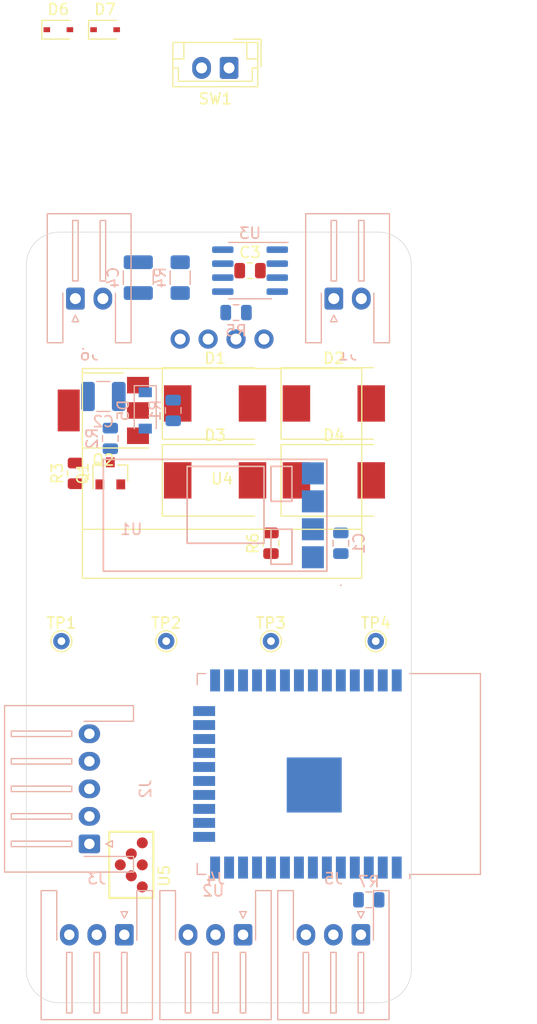
<source format=kicad_pcb>
(kicad_pcb (version 20171130) (host pcbnew 5.1.6+dfsg1-1)

  (general
    (thickness 1.6)
    (drawings 8)
    (tracks 0)
    (zones 0)
    (modules 36)
    (nets 45)
  )

  (page A4)
  (layers
    (0 F.Cu signal)
    (31 B.Cu signal)
    (32 B.Adhes user hide)
    (33 F.Adhes user hide)
    (34 B.Paste user hide)
    (35 F.Paste user hide)
    (36 B.SilkS user)
    (37 F.SilkS user hide)
    (38 B.Mask user hide)
    (39 F.Mask user hide)
    (40 Dwgs.User user hide)
    (41 Cmts.User user hide)
    (42 Eco1.User user hide)
    (43 Eco2.User user hide)
    (44 Edge.Cuts user)
    (45 Margin user hide)
    (46 B.CrtYd user)
    (47 F.CrtYd user hide)
    (48 B.Fab user hide)
    (49 F.Fab user hide)
  )

  (setup
    (last_trace_width 0.25)
    (trace_clearance 0.2)
    (zone_clearance 0.508)
    (zone_45_only no)
    (trace_min 0.2)
    (via_size 0.8)
    (via_drill 0.4)
    (via_min_size 0.4)
    (via_min_drill 0.3)
    (uvia_size 0.3)
    (uvia_drill 0.1)
    (uvias_allowed no)
    (uvia_min_size 0.2)
    (uvia_min_drill 0.1)
    (edge_width 0.05)
    (segment_width 0.2)
    (pcb_text_width 0.3)
    (pcb_text_size 1.5 1.5)
    (mod_edge_width 0.12)
    (mod_text_size 1 1)
    (mod_text_width 0.15)
    (pad_size 1.524 1.524)
    (pad_drill 0.762)
    (pad_to_mask_clearance 0.05)
    (aux_axis_origin 0 0)
    (visible_elements FFFFFF7F)
    (pcbplotparams
      (layerselection 0x010fc_ffffffff)
      (usegerberextensions false)
      (usegerberattributes true)
      (usegerberadvancedattributes true)
      (creategerberjobfile true)
      (excludeedgelayer true)
      (linewidth 0.100000)
      (plotframeref false)
      (viasonmask false)
      (mode 1)
      (useauxorigin false)
      (hpglpennumber 1)
      (hpglpenspeed 20)
      (hpglpendiameter 15.000000)
      (psnegative false)
      (psa4output false)
      (plotreference true)
      (plotvalue true)
      (plotinvisibletext false)
      (padsonsilk false)
      (subtractmaskfromsilk false)
      (outputformat 1)
      (mirror false)
      (drillshape 1)
      (scaleselection 1)
      (outputdirectory ""))
  )

  (net 0 "")
  (net 1 GND)
  (net 2 +3V3)
  (net 3 +BATT)
  (net 4 "Net-(C4-Pad1)")
  (net 5 "Net-(D1-Pad2)")
  (net 6 "Net-(D1-Pad1)")
  (net 7 "Net-(D3-Pad2)")
  (net 8 "Net-(D5-Pad2)")
  (net 9 "Net-(J2-Pad5)")
  (net 10 "Net-(J2-Pad4)")
  (net 11 "Net-(J2-Pad3)")
  (net 12 "Net-(J2-Pad2)")
  (net 13 "Net-(J2-Pad1)")
  (net 14 /EN0)
  (net 15 /EN1)
  (net 16 /EN2)
  (net 17 "Net-(Q1-Pad3)")
  (net 18 /EN_DYN)
  (net 19 /SDA)
  (net 20 "Net-(SW1-Pad1)")
  (net 21 "Net-(TP1-Pad1)")
  (net 22 "Net-(TP2-Pad1)")
  (net 23 "Net-(TP3-Pad1)")
  (net 24 "Net-(TP4-Pad1)")
  (net 25 /SCL)
  (net 26 /speedPulse)
  (net 27 /prog_rst)
  (net 28 /prog_rx)
  (net 29 /prog_tx)
  (net 30 /prog_btn)
  (net 31 "Net-(U2-Pad32)")
  (net 32 "Net-(U2-Pad31)")
  (net 33 "Net-(U2-Pad30)")
  (net 34 "Net-(U2-Pad28)")
  (net 35 "Net-(U2-Pad22)")
  (net 36 "Net-(U2-Pad21)")
  (net 37 "Net-(U2-Pad20)")
  (net 38 "Net-(U2-Pad19)")
  (net 39 "Net-(U2-Pad18)")
  (net 40 "Net-(U2-Pad17)")
  (net 41 "Net-(U2-Pad7)")
  (net 42 "Net-(U2-Pad6)")
  (net 43 "Net-(U2-Pad5)")
  (net 44 "Net-(U2-Pad4)")

  (net_class Default "This is the default net class."
    (clearance 0.2)
    (trace_width 0.25)
    (via_dia 0.8)
    (via_drill 0.4)
    (uvia_dia 0.3)
    (uvia_drill 0.1)
    (add_net +3V3)
    (add_net +BATT)
    (add_net /EN0)
    (add_net /EN1)
    (add_net /EN2)
    (add_net /EN_DYN)
    (add_net /SCL)
    (add_net /SDA)
    (add_net /prog_btn)
    (add_net /prog_rst)
    (add_net /prog_rx)
    (add_net /prog_tx)
    (add_net /speedPulse)
    (add_net GND)
    (add_net "Net-(C4-Pad1)")
    (add_net "Net-(D1-Pad1)")
    (add_net "Net-(D1-Pad2)")
    (add_net "Net-(D3-Pad2)")
    (add_net "Net-(D5-Pad2)")
    (add_net "Net-(J2-Pad1)")
    (add_net "Net-(J2-Pad2)")
    (add_net "Net-(J2-Pad3)")
    (add_net "Net-(J2-Pad4)")
    (add_net "Net-(J2-Pad5)")
    (add_net "Net-(Q1-Pad3)")
    (add_net "Net-(SW1-Pad1)")
    (add_net "Net-(TP1-Pad1)")
    (add_net "Net-(TP2-Pad1)")
    (add_net "Net-(TP3-Pad1)")
    (add_net "Net-(TP4-Pad1)")
    (add_net "Net-(U2-Pad17)")
    (add_net "Net-(U2-Pad18)")
    (add_net "Net-(U2-Pad19)")
    (add_net "Net-(U2-Pad20)")
    (add_net "Net-(U2-Pad21)")
    (add_net "Net-(U2-Pad22)")
    (add_net "Net-(U2-Pad28)")
    (add_net "Net-(U2-Pad30)")
    (add_net "Net-(U2-Pad31)")
    (add_net "Net-(U2-Pad32)")
    (add_net "Net-(U2-Pad4)")
    (add_net "Net-(U2-Pad5)")
    (add_net "Net-(U2-Pad6)")
    (add_net "Net-(U2-Pad7)")
  )

  (module Diode_SMD:D_SOD-323 (layer F.Cu) (tedit 58641739) (tstamp 5F63AC59)
    (at 167.165001 41.615001)
    (descr SOD-323)
    (tags SOD-323)
    (path /5F657E57)
    (attr smd)
    (fp_text reference D7 (at 0 -1.85) (layer F.SilkS)
      (effects (font (size 1 1) (thickness 0.15)))
    )
    (fp_text value B5819WS (at 0.1 1.9) (layer F.Fab)
      (effects (font (size 1 1) (thickness 0.15)))
    )
    (fp_text user %R (at 0 -1.85) (layer F.Fab)
      (effects (font (size 1 1) (thickness 0.15)))
    )
    (fp_line (start -1.5 -0.85) (end -1.5 0.85) (layer F.SilkS) (width 0.12))
    (fp_line (start 0.2 0) (end 0.45 0) (layer F.Fab) (width 0.1))
    (fp_line (start 0.2 0.35) (end -0.3 0) (layer F.Fab) (width 0.1))
    (fp_line (start 0.2 -0.35) (end 0.2 0.35) (layer F.Fab) (width 0.1))
    (fp_line (start -0.3 0) (end 0.2 -0.35) (layer F.Fab) (width 0.1))
    (fp_line (start -0.3 0) (end -0.5 0) (layer F.Fab) (width 0.1))
    (fp_line (start -0.3 -0.35) (end -0.3 0.35) (layer F.Fab) (width 0.1))
    (fp_line (start -0.9 0.7) (end -0.9 -0.7) (layer F.Fab) (width 0.1))
    (fp_line (start 0.9 0.7) (end -0.9 0.7) (layer F.Fab) (width 0.1))
    (fp_line (start 0.9 -0.7) (end 0.9 0.7) (layer F.Fab) (width 0.1))
    (fp_line (start -0.9 -0.7) (end 0.9 -0.7) (layer F.Fab) (width 0.1))
    (fp_line (start -1.6 -0.95) (end 1.6 -0.95) (layer F.CrtYd) (width 0.05))
    (fp_line (start 1.6 -0.95) (end 1.6 0.95) (layer F.CrtYd) (width 0.05))
    (fp_line (start -1.6 0.95) (end 1.6 0.95) (layer F.CrtYd) (width 0.05))
    (fp_line (start -1.6 -0.95) (end -1.6 0.95) (layer F.CrtYd) (width 0.05))
    (fp_line (start -1.5 0.85) (end 1.05 0.85) (layer F.SilkS) (width 0.12))
    (fp_line (start -1.5 -0.85) (end 1.05 -0.85) (layer F.SilkS) (width 0.12))
    (pad 2 smd rect (at 1.05 0) (size 0.6 0.45) (layers F.Cu F.Paste F.Mask)
      (net 1 GND))
    (pad 1 smd rect (at -1.05 0) (size 0.6 0.45) (layers F.Cu F.Paste F.Mask)
      (net 26 /speedPulse))
    (model ${KISYS3DMOD}/Diode_SMD.3dshapes/D_SOD-323.wrl
      (at (xyz 0 0 0))
      (scale (xyz 1 1 1))
      (rotate (xyz 0 0 0))
    )
  )

  (module Diode_SMD:D_SOD-323 (layer F.Cu) (tedit 58641739) (tstamp 5F63AC41)
    (at 162.915001 41.615001)
    (descr SOD-323)
    (tags SOD-323)
    (path /5F65588B)
    (attr smd)
    (fp_text reference D6 (at 0 -1.85) (layer F.SilkS)
      (effects (font (size 1 1) (thickness 0.15)))
    )
    (fp_text value B5819WS (at 0.1 1.9) (layer F.Fab)
      (effects (font (size 1 1) (thickness 0.15)))
    )
    (fp_text user %R (at 0 -1.85) (layer F.Fab)
      (effects (font (size 1 1) (thickness 0.15)))
    )
    (fp_line (start -1.5 -0.85) (end -1.5 0.85) (layer F.SilkS) (width 0.12))
    (fp_line (start 0.2 0) (end 0.45 0) (layer F.Fab) (width 0.1))
    (fp_line (start 0.2 0.35) (end -0.3 0) (layer F.Fab) (width 0.1))
    (fp_line (start 0.2 -0.35) (end 0.2 0.35) (layer F.Fab) (width 0.1))
    (fp_line (start -0.3 0) (end 0.2 -0.35) (layer F.Fab) (width 0.1))
    (fp_line (start -0.3 0) (end -0.5 0) (layer F.Fab) (width 0.1))
    (fp_line (start -0.3 -0.35) (end -0.3 0.35) (layer F.Fab) (width 0.1))
    (fp_line (start -0.9 0.7) (end -0.9 -0.7) (layer F.Fab) (width 0.1))
    (fp_line (start 0.9 0.7) (end -0.9 0.7) (layer F.Fab) (width 0.1))
    (fp_line (start 0.9 -0.7) (end 0.9 0.7) (layer F.Fab) (width 0.1))
    (fp_line (start -0.9 -0.7) (end 0.9 -0.7) (layer F.Fab) (width 0.1))
    (fp_line (start -1.6 -0.95) (end 1.6 -0.95) (layer F.CrtYd) (width 0.05))
    (fp_line (start 1.6 -0.95) (end 1.6 0.95) (layer F.CrtYd) (width 0.05))
    (fp_line (start -1.6 0.95) (end 1.6 0.95) (layer F.CrtYd) (width 0.05))
    (fp_line (start -1.6 -0.95) (end -1.6 0.95) (layer F.CrtYd) (width 0.05))
    (fp_line (start -1.5 0.85) (end 1.05 0.85) (layer F.SilkS) (width 0.12))
    (fp_line (start -1.5 -0.85) (end 1.05 -0.85) (layer F.SilkS) (width 0.12))
    (pad 2 smd rect (at 1.05 0) (size 0.6 0.45) (layers F.Cu F.Paste F.Mask)
      (net 26 /speedPulse))
    (pad 1 smd rect (at -1.05 0) (size 0.6 0.45) (layers F.Cu F.Paste F.Mask)
      (net 2 +3V3))
    (model ${KISYS3DMOD}/Diode_SMD.3dshapes/D_SOD-323.wrl
      (at (xyz 0 0 0))
      (scale (xyz 1 1 1))
      (rotate (xyz 0 0 0))
    )
  )

  (module myStuff:myPogoPads (layer F.Cu) (tedit 59D54EA2) (tstamp 5F58DC6B)
    (at 169.545 117.475 90)
    (path /5F5C1A33)
    (fp_text reference U5 (at -1 3 90) (layer F.SilkS)
      (effects (font (size 1 1) (thickness 0.15)))
    )
    (fp_text value POGO_PROG (at 0 -3 90) (layer F.Fab)
      (effects (font (size 1 1) (thickness 0.15)))
    )
    (fp_line (start 3 2) (end -3 2) (layer F.SilkS) (width 0.2))
    (fp_line (start 3 -2) (end 3 2) (layer F.SilkS) (width 0.2))
    (fp_line (start -3 -2) (end 3 -2) (layer F.SilkS) (width 0.2))
    (fp_line (start -3 -2) (end -3 2) (layer F.SilkS) (width 0.2))
    (pad "" np_thru_hole circle (at 2 -1 90) (size 1 1) (drill 1) (layers *.Cu *.Mask))
    (pad "" np_thru_hole circle (at -2 -1 90) (size 1 1) (drill 1) (layers *.Cu *.Mask))
    (pad 6 smd circle (at 2 1 90) (size 1 1) (layers F.Cu F.Paste F.Mask)
      (net 1 GND))
    (pad 5 smd circle (at 0 1 90) (size 1 1) (layers F.Cu F.Paste F.Mask)
      (net 30 /prog_btn))
    (pad 4 smd circle (at -2 1 90) (size 1 1) (layers F.Cu F.Paste F.Mask)
      (net 3 +BATT))
    (pad 3 smd circle (at 1 0 90) (size 1 1) (layers F.Cu F.Paste F.Mask)
      (net 29 /prog_tx))
    (pad 2 smd circle (at -1 0 90) (size 1 1) (layers F.Cu F.Paste F.Mask)
      (net 28 /prog_rx))
    (pad 1 smd circle (at 0 -1 90) (size 1 1) (layers F.Cu F.Paste F.Mask)
      (net 27 /prog_rst))
  )

  (module Resistor_SMD:R_0805_2012Metric (layer B.Cu) (tedit 5B36C52B) (tstamp 5F58DA79)
    (at 191.135 120.65 180)
    (descr "Resistor SMD 0805 (2012 Metric), square (rectangular) end terminal, IPC_7351 nominal, (Body size source: https://docs.google.com/spreadsheets/d/1BsfQQcO9C6DZCsRaXUlFlo91Tg2WpOkGARC1WS5S8t0/edit?usp=sharing), generated with kicad-footprint-generator")
    (tags resistor)
    (path /5F5CF834)
    (attr smd)
    (fp_text reference R7 (at 0 1.65) (layer B.SilkS)
      (effects (font (size 1 1) (thickness 0.15)) (justify mirror))
    )
    (fp_text value 470k (at 0 -1.65) (layer B.Fab)
      (effects (font (size 1 1) (thickness 0.15)) (justify mirror))
    )
    (fp_line (start 1.68 -0.95) (end -1.68 -0.95) (layer B.CrtYd) (width 0.05))
    (fp_line (start 1.68 0.95) (end 1.68 -0.95) (layer B.CrtYd) (width 0.05))
    (fp_line (start -1.68 0.95) (end 1.68 0.95) (layer B.CrtYd) (width 0.05))
    (fp_line (start -1.68 -0.95) (end -1.68 0.95) (layer B.CrtYd) (width 0.05))
    (fp_line (start -0.258578 -0.71) (end 0.258578 -0.71) (layer B.SilkS) (width 0.12))
    (fp_line (start -0.258578 0.71) (end 0.258578 0.71) (layer B.SilkS) (width 0.12))
    (fp_line (start 1 -0.6) (end -1 -0.6) (layer B.Fab) (width 0.1))
    (fp_line (start 1 0.6) (end 1 -0.6) (layer B.Fab) (width 0.1))
    (fp_line (start -1 0.6) (end 1 0.6) (layer B.Fab) (width 0.1))
    (fp_line (start -1 -0.6) (end -1 0.6) (layer B.Fab) (width 0.1))
    (fp_text user %R (at 0 0) (layer B.Fab)
      (effects (font (size 0.5 0.5) (thickness 0.08)) (justify mirror))
    )
    (pad 2 smd roundrect (at 0.9375 0 180) (size 0.975 1.4) (layers B.Cu B.Paste B.Mask) (roundrect_rratio 0.25)
      (net 27 /prog_rst))
    (pad 1 smd roundrect (at -0.9375 0 180) (size 0.975 1.4) (layers B.Cu B.Paste B.Mask) (roundrect_rratio 0.25)
      (net 2 +3V3))
    (model ${KISYS3DMOD}/Resistor_SMD.3dshapes/R_0805_2012Metric.wrl
      (at (xyz 0 0 0))
      (scale (xyz 1 1 1))
      (rotate (xyz 0 0 0))
    )
  )

  (module Resistor_SMD:R_0805_2012Metric (layer F.Cu) (tedit 5B36C52B) (tstamp 5F58DA68)
    (at 182.245 88.265 90)
    (descr "Resistor SMD 0805 (2012 Metric), square (rectangular) end terminal, IPC_7351 nominal, (Body size source: https://docs.google.com/spreadsheets/d/1BsfQQcO9C6DZCsRaXUlFlo91Tg2WpOkGARC1WS5S8t0/edit?usp=sharing), generated with kicad-footprint-generator")
    (tags resistor)
    (path /5F5DEAF2)
    (attr smd)
    (fp_text reference R6 (at 0 -1.65 90) (layer F.SilkS)
      (effects (font (size 1 1) (thickness 0.15)))
    )
    (fp_text value 47k (at 0 1.65 90) (layer F.Fab)
      (effects (font (size 1 1) (thickness 0.15)))
    )
    (fp_line (start 1.68 0.95) (end -1.68 0.95) (layer F.CrtYd) (width 0.05))
    (fp_line (start 1.68 -0.95) (end 1.68 0.95) (layer F.CrtYd) (width 0.05))
    (fp_line (start -1.68 -0.95) (end 1.68 -0.95) (layer F.CrtYd) (width 0.05))
    (fp_line (start -1.68 0.95) (end -1.68 -0.95) (layer F.CrtYd) (width 0.05))
    (fp_line (start -0.258578 0.71) (end 0.258578 0.71) (layer F.SilkS) (width 0.12))
    (fp_line (start -0.258578 -0.71) (end 0.258578 -0.71) (layer F.SilkS) (width 0.12))
    (fp_line (start 1 0.6) (end -1 0.6) (layer F.Fab) (width 0.1))
    (fp_line (start 1 -0.6) (end 1 0.6) (layer F.Fab) (width 0.1))
    (fp_line (start -1 -0.6) (end 1 -0.6) (layer F.Fab) (width 0.1))
    (fp_line (start -1 0.6) (end -1 -0.6) (layer F.Fab) (width 0.1))
    (fp_text user %R (at 0 0 90) (layer F.Fab)
      (effects (font (size 0.5 0.5) (thickness 0.08)))
    )
    (pad 2 smd roundrect (at 0.9375 0 90) (size 0.975 1.4) (layers F.Cu F.Paste F.Mask) (roundrect_rratio 0.25)
      (net 7 "Net-(D3-Pad2)"))
    (pad 1 smd roundrect (at -0.9375 0 90) (size 0.975 1.4) (layers F.Cu F.Paste F.Mask) (roundrect_rratio 0.25)
      (net 26 /speedPulse))
    (model ${KISYS3DMOD}/Resistor_SMD.3dshapes/R_0805_2012Metric.wrl
      (at (xyz 0 0 0))
      (scale (xyz 1 1 1))
      (rotate (xyz 0 0 0))
    )
  )

  (module Resistor_SMD:R_1206_3216Metric (layer B.Cu) (tedit 5B301BBD) (tstamp 5F56C875)
    (at 173.99 64.135 270)
    (descr "Resistor SMD 1206 (3216 Metric), square (rectangular) end terminal, IPC_7351 nominal, (Body size source: http://www.tortai-tech.com/upload/download/2011102023233369053.pdf), generated with kicad-footprint-generator")
    (tags resistor)
    (path /5F597149)
    (attr smd)
    (fp_text reference R4 (at 0 1.82 90) (layer B.SilkS)
      (effects (font (size 1 1) (thickness 0.15)) (justify mirror))
    )
    (fp_text value R050 (at 0 -1.82 90) (layer B.Fab)
      (effects (font (size 1 1) (thickness 0.15)) (justify mirror))
    )
    (fp_line (start 2.28 -1.12) (end -2.28 -1.12) (layer B.CrtYd) (width 0.05))
    (fp_line (start 2.28 1.12) (end 2.28 -1.12) (layer B.CrtYd) (width 0.05))
    (fp_line (start -2.28 1.12) (end 2.28 1.12) (layer B.CrtYd) (width 0.05))
    (fp_line (start -2.28 -1.12) (end -2.28 1.12) (layer B.CrtYd) (width 0.05))
    (fp_line (start -0.602064 -0.91) (end 0.602064 -0.91) (layer B.SilkS) (width 0.12))
    (fp_line (start -0.602064 0.91) (end 0.602064 0.91) (layer B.SilkS) (width 0.12))
    (fp_line (start 1.6 -0.8) (end -1.6 -0.8) (layer B.Fab) (width 0.1))
    (fp_line (start 1.6 0.8) (end 1.6 -0.8) (layer B.Fab) (width 0.1))
    (fp_line (start -1.6 0.8) (end 1.6 0.8) (layer B.Fab) (width 0.1))
    (fp_line (start -1.6 -0.8) (end -1.6 0.8) (layer B.Fab) (width 0.1))
    (fp_text user %R (at 0 0 90) (layer B.Fab)
      (effects (font (size 0.8 0.8) (thickness 0.12)) (justify mirror))
    )
    (pad 2 smd roundrect (at 1.4 0 270) (size 1.25 1.75) (layers B.Cu B.Paste B.Mask) (roundrect_rratio 0.2)
      (net 3 +BATT))
    (pad 1 smd roundrect (at -1.4 0 270) (size 1.25 1.75) (layers B.Cu B.Paste B.Mask) (roundrect_rratio 0.2)
      (net 4 "Net-(C4-Pad1)"))
    (model ${KISYS3DMOD}/Resistor_SMD.3dshapes/R_1206_3216Metric.wrl
      (at (xyz 0 0 0))
      (scale (xyz 1 1 1))
      (rotate (xyz 0 0 0))
    )
  )

  (module myStuff:DISP_I2C_EBAY (layer F.Cu) (tedit 5F583154) (tstamp 5F5898FC)
    (at 177.8 81.915)
    (path /5F58867B)
    (fp_text reference U4 (at 0 0.5) (layer F.SilkS)
      (effects (font (size 1 1) (thickness 0.15)))
    )
    (fp_text value DISP_I2C_EBAY (at 0 -3.175) (layer F.Fab)
      (effects (font (size 1 1) (thickness 0.15)))
    )
    (fp_line (start -12.7 -9.525) (end 12.7 -9.525) (layer F.SilkS) (width 0.12))
    (fp_line (start 12.7 -9.525) (end 12.7 9.525) (layer F.SilkS) (width 0.12))
    (fp_line (start -12.7 9.525) (end -12.7 -9.525) (layer F.SilkS) (width 0.12))
    (fp_line (start -12.7 5.08) (end 12.7 5.08) (layer F.SilkS) (width 0.12))
    (fp_line (start -12.7 9.525) (end 12.7 9.525) (layer F.SilkS) (width 0.12))
    (fp_line (start -13.9 -13.9) (end 13.9 -13.9) (layer F.CrtYd) (width 0.12))
    (fp_line (start 13.9 -13.9) (end 13.9 13.9) (layer F.CrtYd) (width 0.12))
    (fp_line (start 13.9 13.9) (end -13.9 13.9) (layer F.CrtYd) (width 0.12))
    (fp_line (start -13.9 13.9) (end -13.9 -13.9) (layer F.CrtYd) (width 0.12))
    (pad 3 thru_hole circle (at 1.27 -12.2) (size 1.75 1.75) (drill 1) (layers *.Cu *.Mask)
      (net 25 /SCL))
    (pad 2 thru_hole circle (at -1.27 -12.2) (size 1.75 1.75) (drill 1) (layers *.Cu *.Mask)
      (net 2 +3V3))
    (pad 1 thru_hole circle (at -3.81 -12.2) (size 1.75 1.75) (drill 1) (layers *.Cu *.Mask)
      (net 1 GND))
    (pad 4 thru_hole circle (at 3.81 -12.2) (size 1.75 1.75) (drill 1) (layers *.Cu *.Mask)
      (net 19 /SDA))
    (pad "" np_thru_hole circle (at 11.65 11.8) (size 2 2) (drill 2) (layers *.Cu *.Mask))
    (pad "" np_thru_hole circle (at -11.65 11.8) (size 2 2) (drill 2) (layers *.Cu *.Mask))
    (pad "" np_thru_hole circle (at 11.65 -11.8) (size 2 2) (drill 2) (layers *.Cu *.Mask))
    (pad "" np_thru_hole circle (at -11.65 -11.8) (size 2 2) (drill 2) (layers *.Cu *.Mask))
  )

  (module TestPoint:TestPoint_THTPad_D1.5mm_Drill0.7mm (layer F.Cu) (tedit 5A0F774F) (tstamp 5F56C8C6)
    (at 191.77 97.155)
    (descr "THT pad as test Point, diameter 1.5mm, hole diameter 0.7mm")
    (tags "test point THT pad")
    (path /5F5E8BE4)
    (attr virtual)
    (fp_text reference TP4 (at 0 -1.648) (layer F.SilkS)
      (effects (font (size 1 1) (thickness 0.15)))
    )
    (fp_text value TOUCH (at 0 1.75) (layer F.Fab)
      (effects (font (size 1 1) (thickness 0.15)))
    )
    (fp_circle (center 0 0) (end 0 0.95) (layer F.SilkS) (width 0.12))
    (fp_circle (center 0 0) (end 1.25 0) (layer F.CrtYd) (width 0.05))
    (fp_text user %R (at 0 -1.65) (layer F.Fab)
      (effects (font (size 1 1) (thickness 0.15)))
    )
    (pad 1 thru_hole circle (at 0 0) (size 1.5 1.5) (drill 0.7) (layers *.Cu *.Mask)
      (net 24 "Net-(TP4-Pad1)"))
  )

  (module TestPoint:TestPoint_THTPad_D1.5mm_Drill0.7mm (layer F.Cu) (tedit 5A0F774F) (tstamp 5F56C8BE)
    (at 182.245 97.155)
    (descr "THT pad as test Point, diameter 1.5mm, hole diameter 0.7mm")
    (tags "test point THT pad")
    (path /5F5E7DAE)
    (attr virtual)
    (fp_text reference TP3 (at 0 -1.648) (layer F.SilkS)
      (effects (font (size 1 1) (thickness 0.15)))
    )
    (fp_text value TOUCH (at 0 1.75) (layer F.Fab)
      (effects (font (size 1 1) (thickness 0.15)))
    )
    (fp_circle (center 0 0) (end 0 0.95) (layer F.SilkS) (width 0.12))
    (fp_circle (center 0 0) (end 1.25 0) (layer F.CrtYd) (width 0.05))
    (fp_text user %R (at 0 -1.65) (layer F.Fab)
      (effects (font (size 1 1) (thickness 0.15)))
    )
    (pad 1 thru_hole circle (at 0 0) (size 1.5 1.5) (drill 0.7) (layers *.Cu *.Mask)
      (net 23 "Net-(TP3-Pad1)"))
  )

  (module TestPoint:TestPoint_THTPad_D1.5mm_Drill0.7mm (layer F.Cu) (tedit 5A0F774F) (tstamp 5F56C8B6)
    (at 172.72 97.155)
    (descr "THT pad as test Point, diameter 1.5mm, hole diameter 0.7mm")
    (tags "test point THT pad")
    (path /5F5E8EE6)
    (attr virtual)
    (fp_text reference TP2 (at 0 -1.648) (layer F.SilkS)
      (effects (font (size 1 1) (thickness 0.15)))
    )
    (fp_text value TOUCH (at 0 1.75) (layer F.Fab)
      (effects (font (size 1 1) (thickness 0.15)))
    )
    (fp_circle (center 0 0) (end 0 0.95) (layer F.SilkS) (width 0.12))
    (fp_circle (center 0 0) (end 1.25 0) (layer F.CrtYd) (width 0.05))
    (fp_text user %R (at 0 -1.65) (layer F.Fab)
      (effects (font (size 1 1) (thickness 0.15)))
    )
    (pad 1 thru_hole circle (at 0 0) (size 1.5 1.5) (drill 0.7) (layers *.Cu *.Mask)
      (net 22 "Net-(TP2-Pad1)"))
  )

  (module TestPoint:TestPoint_THTPad_D1.5mm_Drill0.7mm (layer F.Cu) (tedit 5A0F774F) (tstamp 5F56C8AE)
    (at 163.195 97.155)
    (descr "THT pad as test Point, diameter 1.5mm, hole diameter 0.7mm")
    (tags "test point THT pad")
    (path /5F5EABC4)
    (attr virtual)
    (fp_text reference TP1 (at 0 -1.648) (layer F.SilkS)
      (effects (font (size 1 1) (thickness 0.15)))
    )
    (fp_text value TOUCH (at 0 1.75) (layer F.Fab)
      (effects (font (size 1 1) (thickness 0.15)))
    )
    (fp_circle (center 0 0) (end 0 0.95) (layer F.SilkS) (width 0.12))
    (fp_circle (center 0 0) (end 1.25 0) (layer F.CrtYd) (width 0.05))
    (fp_text user %R (at 0 -1.65) (layer F.Fab)
      (effects (font (size 1 1) (thickness 0.15)))
    )
    (pad 1 thru_hole circle (at 0 0) (size 1.5 1.5) (drill 0.7) (layers *.Cu *.Mask)
      (net 21 "Net-(TP1-Pad1)"))
  )

  (module Connector_JST:JST_XH_S5B-XH-A-1_1x05_P2.50mm_Horizontal (layer B.Cu) (tedit 5C281476) (tstamp 5F56C722)
    (at 165.735 115.57 90)
    (descr "JST XH series connector, S5B-XH-A-1 (http://www.jst-mfg.com/product/pdf/eng/eXH.pdf), generated with kicad-footprint-generator")
    (tags "connector JST XH horizontal")
    (path /5F5D7932)
    (fp_text reference J2 (at 5 5.1 90) (layer B.SilkS)
      (effects (font (size 1 1) (thickness 0.15)) (justify mirror))
    )
    (fp_text value Conn_01x05_Male (at 5 -8.8 90) (layer B.Fab)
      (effects (font (size 1 1) (thickness 0.15)) (justify mirror))
    )
    (fp_line (start -2.95 4.4) (end -2.95 -8.1) (layer B.CrtYd) (width 0.05))
    (fp_line (start -2.95 -8.1) (end 12.95 -8.1) (layer B.CrtYd) (width 0.05))
    (fp_line (start 12.95 -8.1) (end 12.95 4.4) (layer B.CrtYd) (width 0.05))
    (fp_line (start 12.95 4.4) (end -2.95 4.4) (layer B.CrtYd) (width 0.05))
    (fp_line (start 5 -7.71) (end -2.56 -7.71) (layer B.SilkS) (width 0.12))
    (fp_line (start -2.56 -7.71) (end -2.56 4.01) (layer B.SilkS) (width 0.12))
    (fp_line (start -2.56 4.01) (end -1.14 4.01) (layer B.SilkS) (width 0.12))
    (fp_line (start -1.14 4.01) (end -1.14 -0.49) (layer B.SilkS) (width 0.12))
    (fp_line (start 5 -7.71) (end 12.56 -7.71) (layer B.SilkS) (width 0.12))
    (fp_line (start 12.56 -7.71) (end 12.56 4.01) (layer B.SilkS) (width 0.12))
    (fp_line (start 12.56 4.01) (end 11.14 4.01) (layer B.SilkS) (width 0.12))
    (fp_line (start 11.14 4.01) (end 11.14 -0.49) (layer B.SilkS) (width 0.12))
    (fp_line (start 5 -7.6) (end -2.45 -7.6) (layer B.Fab) (width 0.1))
    (fp_line (start -2.45 -7.6) (end -2.45 3.9) (layer B.Fab) (width 0.1))
    (fp_line (start -2.45 3.9) (end -1.25 3.9) (layer B.Fab) (width 0.1))
    (fp_line (start -1.25 3.9) (end -1.25 -0.6) (layer B.Fab) (width 0.1))
    (fp_line (start -1.25 -0.6) (end 5 -0.6) (layer B.Fab) (width 0.1))
    (fp_line (start 5 -7.6) (end 12.45 -7.6) (layer B.Fab) (width 0.1))
    (fp_line (start 12.45 -7.6) (end 12.45 3.9) (layer B.Fab) (width 0.1))
    (fp_line (start 12.45 3.9) (end 11.25 3.9) (layer B.Fab) (width 0.1))
    (fp_line (start 11.25 3.9) (end 11.25 -0.6) (layer B.Fab) (width 0.1))
    (fp_line (start 11.25 -0.6) (end 5 -0.6) (layer B.Fab) (width 0.1))
    (fp_line (start -0.25 -1.6) (end -0.25 -7.1) (layer B.SilkS) (width 0.12))
    (fp_line (start -0.25 -7.1) (end 0.25 -7.1) (layer B.SilkS) (width 0.12))
    (fp_line (start 0.25 -7.1) (end 0.25 -1.6) (layer B.SilkS) (width 0.12))
    (fp_line (start 0.25 -1.6) (end -0.25 -1.6) (layer B.SilkS) (width 0.12))
    (fp_line (start 2.25 -1.6) (end 2.25 -7.1) (layer B.SilkS) (width 0.12))
    (fp_line (start 2.25 -7.1) (end 2.75 -7.1) (layer B.SilkS) (width 0.12))
    (fp_line (start 2.75 -7.1) (end 2.75 -1.6) (layer B.SilkS) (width 0.12))
    (fp_line (start 2.75 -1.6) (end 2.25 -1.6) (layer B.SilkS) (width 0.12))
    (fp_line (start 4.75 -1.6) (end 4.75 -7.1) (layer B.SilkS) (width 0.12))
    (fp_line (start 4.75 -7.1) (end 5.25 -7.1) (layer B.SilkS) (width 0.12))
    (fp_line (start 5.25 -7.1) (end 5.25 -1.6) (layer B.SilkS) (width 0.12))
    (fp_line (start 5.25 -1.6) (end 4.75 -1.6) (layer B.SilkS) (width 0.12))
    (fp_line (start 7.25 -1.6) (end 7.25 -7.1) (layer B.SilkS) (width 0.12))
    (fp_line (start 7.25 -7.1) (end 7.75 -7.1) (layer B.SilkS) (width 0.12))
    (fp_line (start 7.75 -7.1) (end 7.75 -1.6) (layer B.SilkS) (width 0.12))
    (fp_line (start 7.75 -1.6) (end 7.25 -1.6) (layer B.SilkS) (width 0.12))
    (fp_line (start 9.75 -1.6) (end 9.75 -7.1) (layer B.SilkS) (width 0.12))
    (fp_line (start 9.75 -7.1) (end 10.25 -7.1) (layer B.SilkS) (width 0.12))
    (fp_line (start 10.25 -7.1) (end 10.25 -1.6) (layer B.SilkS) (width 0.12))
    (fp_line (start 10.25 -1.6) (end 9.75 -1.6) (layer B.SilkS) (width 0.12))
    (fp_line (start 0 1.5) (end -0.3 2.1) (layer B.SilkS) (width 0.12))
    (fp_line (start -0.3 2.1) (end 0.3 2.1) (layer B.SilkS) (width 0.12))
    (fp_line (start 0.3 2.1) (end 0 1.5) (layer B.SilkS) (width 0.12))
    (fp_line (start -0.625 -0.6) (end 0 0.4) (layer B.Fab) (width 0.1))
    (fp_line (start 0 0.4) (end 0.625 -0.6) (layer B.Fab) (width 0.1))
    (fp_text user %R (at 5 -1.85 90) (layer B.Fab)
      (effects (font (size 1 1) (thickness 0.15)) (justify mirror))
    )
    (pad 5 thru_hole oval (at 10 0 90) (size 1.7 1.95) (drill 0.95) (layers *.Cu *.Mask)
      (net 9 "Net-(J2-Pad5)"))
    (pad 4 thru_hole oval (at 7.5 0 90) (size 1.7 1.95) (drill 0.95) (layers *.Cu *.Mask)
      (net 10 "Net-(J2-Pad4)"))
    (pad 3 thru_hole oval (at 5 0 90) (size 1.7 1.95) (drill 0.95) (layers *.Cu *.Mask)
      (net 11 "Net-(J2-Pad3)"))
    (pad 2 thru_hole oval (at 2.5 0 90) (size 1.7 1.95) (drill 0.95) (layers *.Cu *.Mask)
      (net 12 "Net-(J2-Pad2)"))
    (pad 1 thru_hole roundrect (at 0 0 90) (size 1.7 1.95) (drill 0.95) (layers *.Cu *.Mask) (roundrect_rratio 0.147059)
      (net 13 "Net-(J2-Pad1)"))
    (model ${KISYS3DMOD}/Connector_JST.3dshapes/JST_XH_S5B-XH-A-1_1x05_P2.50mm_Horizontal.wrl
      (at (xyz 0 0 0))
      (scale (xyz 1 1 1))
      (rotate (xyz 0 0 0))
    )
  )

  (module Connector_JST:JST_XH_S2B-XH-A-1_1x02_P2.50mm_Horizontal (layer B.Cu) (tedit 5C281476) (tstamp 5F56C806)
    (at 164.465 66.04)
    (descr "JST XH series connector, S2B-XH-A-1 (http://www.jst-mfg.com/product/pdf/eng/eXH.pdf), generated with kicad-footprint-generator")
    (tags "connector JST XH horizontal")
    (path /5F5692A0)
    (fp_text reference J6 (at 1.25 5.1) (layer B.SilkS)
      (effects (font (size 1 1) (thickness 0.15)) (justify mirror))
    )
    (fp_text value BAT (at 1.25 -8.8) (layer B.Fab)
      (effects (font (size 1 1) (thickness 0.15)) (justify mirror))
    )
    (fp_line (start 0 0.4) (end 0.625 -0.6) (layer B.Fab) (width 0.1))
    (fp_line (start -0.625 -0.6) (end 0 0.4) (layer B.Fab) (width 0.1))
    (fp_line (start 0.3 2.1) (end 0 1.5) (layer B.SilkS) (width 0.12))
    (fp_line (start -0.3 2.1) (end 0.3 2.1) (layer B.SilkS) (width 0.12))
    (fp_line (start 0 1.5) (end -0.3 2.1) (layer B.SilkS) (width 0.12))
    (fp_line (start 2.75 -1.6) (end 2.25 -1.6) (layer B.SilkS) (width 0.12))
    (fp_line (start 2.75 -7.1) (end 2.75 -1.6) (layer B.SilkS) (width 0.12))
    (fp_line (start 2.25 -7.1) (end 2.75 -7.1) (layer B.SilkS) (width 0.12))
    (fp_line (start 2.25 -1.6) (end 2.25 -7.1) (layer B.SilkS) (width 0.12))
    (fp_line (start 0.25 -1.6) (end -0.25 -1.6) (layer B.SilkS) (width 0.12))
    (fp_line (start 0.25 -7.1) (end 0.25 -1.6) (layer B.SilkS) (width 0.12))
    (fp_line (start -0.25 -7.1) (end 0.25 -7.1) (layer B.SilkS) (width 0.12))
    (fp_line (start -0.25 -1.6) (end -0.25 -7.1) (layer B.SilkS) (width 0.12))
    (fp_line (start 3.75 -0.6) (end 1.25 -0.6) (layer B.Fab) (width 0.1))
    (fp_line (start 3.75 3.9) (end 3.75 -0.6) (layer B.Fab) (width 0.1))
    (fp_line (start 4.95 3.9) (end 3.75 3.9) (layer B.Fab) (width 0.1))
    (fp_line (start 4.95 -7.6) (end 4.95 3.9) (layer B.Fab) (width 0.1))
    (fp_line (start 1.25 -7.6) (end 4.95 -7.6) (layer B.Fab) (width 0.1))
    (fp_line (start -1.25 -0.6) (end 1.25 -0.6) (layer B.Fab) (width 0.1))
    (fp_line (start -1.25 3.9) (end -1.25 -0.6) (layer B.Fab) (width 0.1))
    (fp_line (start -2.45 3.9) (end -1.25 3.9) (layer B.Fab) (width 0.1))
    (fp_line (start -2.45 -7.6) (end -2.45 3.9) (layer B.Fab) (width 0.1))
    (fp_line (start 1.25 -7.6) (end -2.45 -7.6) (layer B.Fab) (width 0.1))
    (fp_line (start 3.64 4.01) (end 3.64 -0.49) (layer B.SilkS) (width 0.12))
    (fp_line (start 5.06 4.01) (end 3.64 4.01) (layer B.SilkS) (width 0.12))
    (fp_line (start 5.06 -7.71) (end 5.06 4.01) (layer B.SilkS) (width 0.12))
    (fp_line (start 1.25 -7.71) (end 5.06 -7.71) (layer B.SilkS) (width 0.12))
    (fp_line (start -1.14 4.01) (end -1.14 -0.49) (layer B.SilkS) (width 0.12))
    (fp_line (start -2.56 4.01) (end -1.14 4.01) (layer B.SilkS) (width 0.12))
    (fp_line (start -2.56 -7.71) (end -2.56 4.01) (layer B.SilkS) (width 0.12))
    (fp_line (start 1.25 -7.71) (end -2.56 -7.71) (layer B.SilkS) (width 0.12))
    (fp_line (start 5.45 4.4) (end -2.95 4.4) (layer B.CrtYd) (width 0.05))
    (fp_line (start 5.45 -8.1) (end 5.45 4.4) (layer B.CrtYd) (width 0.05))
    (fp_line (start -2.95 -8.1) (end 5.45 -8.1) (layer B.CrtYd) (width 0.05))
    (fp_line (start -2.95 4.4) (end -2.95 -8.1) (layer B.CrtYd) (width 0.05))
    (fp_text user %R (at 1.25 -1.85) (layer B.Fab)
      (effects (font (size 1 1) (thickness 0.15)) (justify mirror))
    )
    (pad 2 thru_hole oval (at 2.5 0) (size 1.7 2) (drill 1) (layers *.Cu *.Mask)
      (net 1 GND))
    (pad 1 thru_hole roundrect (at 0 0) (size 1.7 2) (drill 1) (layers *.Cu *.Mask) (roundrect_rratio 0.147059)
      (net 4 "Net-(C4-Pad1)"))
    (model ${KISYS3DMOD}/Connector_JST.3dshapes/JST_XH_S2B-XH-A-1_1x02_P2.50mm_Horizontal.wrl
      (at (xyz 0 0 0))
      (scale (xyz 1 1 1))
      (rotate (xyz 0 0 0))
    )
  )

  (module Connector_JST:JST_XH_S2B-XH-A-1_1x02_P2.50mm_Horizontal (layer B.Cu) (tedit 5C281476) (tstamp 5F58B7B6)
    (at 187.96 66.04)
    (descr "JST XH series connector, S2B-XH-A-1 (http://www.jst-mfg.com/product/pdf/eng/eXH.pdf), generated with kicad-footprint-generator")
    (tags "connector JST XH horizontal")
    (path /5F56A285)
    (fp_text reference J1 (at 1.25 5.1) (layer B.SilkS)
      (effects (font (size 1 1) (thickness 0.15)) (justify mirror))
    )
    (fp_text value DYN (at 1.25 -8.8) (layer B.Fab)
      (effects (font (size 1 1) (thickness 0.15)) (justify mirror))
    )
    (fp_line (start 0 0.4) (end 0.625 -0.6) (layer B.Fab) (width 0.1))
    (fp_line (start -0.625 -0.6) (end 0 0.4) (layer B.Fab) (width 0.1))
    (fp_line (start 0.3 2.1) (end 0 1.5) (layer B.SilkS) (width 0.12))
    (fp_line (start -0.3 2.1) (end 0.3 2.1) (layer B.SilkS) (width 0.12))
    (fp_line (start 0 1.5) (end -0.3 2.1) (layer B.SilkS) (width 0.12))
    (fp_line (start 2.75 -1.6) (end 2.25 -1.6) (layer B.SilkS) (width 0.12))
    (fp_line (start 2.75 -7.1) (end 2.75 -1.6) (layer B.SilkS) (width 0.12))
    (fp_line (start 2.25 -7.1) (end 2.75 -7.1) (layer B.SilkS) (width 0.12))
    (fp_line (start 2.25 -1.6) (end 2.25 -7.1) (layer B.SilkS) (width 0.12))
    (fp_line (start 0.25 -1.6) (end -0.25 -1.6) (layer B.SilkS) (width 0.12))
    (fp_line (start 0.25 -7.1) (end 0.25 -1.6) (layer B.SilkS) (width 0.12))
    (fp_line (start -0.25 -7.1) (end 0.25 -7.1) (layer B.SilkS) (width 0.12))
    (fp_line (start -0.25 -1.6) (end -0.25 -7.1) (layer B.SilkS) (width 0.12))
    (fp_line (start 3.75 -0.6) (end 1.25 -0.6) (layer B.Fab) (width 0.1))
    (fp_line (start 3.75 3.9) (end 3.75 -0.6) (layer B.Fab) (width 0.1))
    (fp_line (start 4.95 3.9) (end 3.75 3.9) (layer B.Fab) (width 0.1))
    (fp_line (start 4.95 -7.6) (end 4.95 3.9) (layer B.Fab) (width 0.1))
    (fp_line (start 1.25 -7.6) (end 4.95 -7.6) (layer B.Fab) (width 0.1))
    (fp_line (start -1.25 -0.6) (end 1.25 -0.6) (layer B.Fab) (width 0.1))
    (fp_line (start -1.25 3.9) (end -1.25 -0.6) (layer B.Fab) (width 0.1))
    (fp_line (start -2.45 3.9) (end -1.25 3.9) (layer B.Fab) (width 0.1))
    (fp_line (start -2.45 -7.6) (end -2.45 3.9) (layer B.Fab) (width 0.1))
    (fp_line (start 1.25 -7.6) (end -2.45 -7.6) (layer B.Fab) (width 0.1))
    (fp_line (start 3.64 4.01) (end 3.64 -0.49) (layer B.SilkS) (width 0.12))
    (fp_line (start 5.06 4.01) (end 3.64 4.01) (layer B.SilkS) (width 0.12))
    (fp_line (start 5.06 -7.71) (end 5.06 4.01) (layer B.SilkS) (width 0.12))
    (fp_line (start 1.25 -7.71) (end 5.06 -7.71) (layer B.SilkS) (width 0.12))
    (fp_line (start -1.14 4.01) (end -1.14 -0.49) (layer B.SilkS) (width 0.12))
    (fp_line (start -2.56 4.01) (end -1.14 4.01) (layer B.SilkS) (width 0.12))
    (fp_line (start -2.56 -7.71) (end -2.56 4.01) (layer B.SilkS) (width 0.12))
    (fp_line (start 1.25 -7.71) (end -2.56 -7.71) (layer B.SilkS) (width 0.12))
    (fp_line (start 5.45 4.4) (end -2.95 4.4) (layer B.CrtYd) (width 0.05))
    (fp_line (start 5.45 -8.1) (end 5.45 4.4) (layer B.CrtYd) (width 0.05))
    (fp_line (start -2.95 -8.1) (end 5.45 -8.1) (layer B.CrtYd) (width 0.05))
    (fp_line (start -2.95 4.4) (end -2.95 -8.1) (layer B.CrtYd) (width 0.05))
    (fp_text user %R (at 1.25 -1.85) (layer B.Fab)
      (effects (font (size 1 1) (thickness 0.15)) (justify mirror))
    )
    (pad 2 thru_hole oval (at 2.5 0) (size 1.7 2) (drill 1) (layers *.Cu *.Mask)
      (net 7 "Net-(D3-Pad2)"))
    (pad 1 thru_hole roundrect (at 0 0) (size 1.7 2) (drill 1) (layers *.Cu *.Mask) (roundrect_rratio 0.147059)
      (net 5 "Net-(D1-Pad2)"))
    (model ${KISYS3DMOD}/Connector_JST.3dshapes/JST_XH_S2B-XH-A-1_1x02_P2.50mm_Horizontal.wrl
      (at (xyz 0 0 0))
      (scale (xyz 1 1 1))
      (rotate (xyz 0 0 0))
    )
  )

  (module Connector_JST:JST_XH_S3B-XH-A-1_1x03_P2.50mm_Horizontal (layer B.Cu) (tedit 5C281476) (tstamp 5F58293A)
    (at 190.42 123.825 180)
    (descr "JST XH series connector, S3B-XH-A-1 (http://www.jst-mfg.com/product/pdf/eng/eXH.pdf), generated with kicad-footprint-generator")
    (tags "connector JST XH horizontal")
    (path /5F5D2A28)
    (fp_text reference J5 (at 2.5 5.1) (layer B.SilkS)
      (effects (font (size 1 1) (thickness 0.15)) (justify mirror))
    )
    (fp_text value AUX2 (at 2.5 -8.8) (layer B.Fab)
      (effects (font (size 1 1) (thickness 0.15)) (justify mirror))
    )
    (fp_line (start -2.95 4.4) (end -2.95 -8.1) (layer B.CrtYd) (width 0.05))
    (fp_line (start -2.95 -8.1) (end 7.95 -8.1) (layer B.CrtYd) (width 0.05))
    (fp_line (start 7.95 -8.1) (end 7.95 4.4) (layer B.CrtYd) (width 0.05))
    (fp_line (start 7.95 4.4) (end -2.95 4.4) (layer B.CrtYd) (width 0.05))
    (fp_line (start 2.5 -7.71) (end -2.56 -7.71) (layer B.SilkS) (width 0.12))
    (fp_line (start -2.56 -7.71) (end -2.56 4.01) (layer B.SilkS) (width 0.12))
    (fp_line (start -2.56 4.01) (end -1.14 4.01) (layer B.SilkS) (width 0.12))
    (fp_line (start -1.14 4.01) (end -1.14 -0.49) (layer B.SilkS) (width 0.12))
    (fp_line (start 2.5 -7.71) (end 7.56 -7.71) (layer B.SilkS) (width 0.12))
    (fp_line (start 7.56 -7.71) (end 7.56 4.01) (layer B.SilkS) (width 0.12))
    (fp_line (start 7.56 4.01) (end 6.14 4.01) (layer B.SilkS) (width 0.12))
    (fp_line (start 6.14 4.01) (end 6.14 -0.49) (layer B.SilkS) (width 0.12))
    (fp_line (start 2.5 -7.6) (end -2.45 -7.6) (layer B.Fab) (width 0.1))
    (fp_line (start -2.45 -7.6) (end -2.45 3.9) (layer B.Fab) (width 0.1))
    (fp_line (start -2.45 3.9) (end -1.25 3.9) (layer B.Fab) (width 0.1))
    (fp_line (start -1.25 3.9) (end -1.25 -0.6) (layer B.Fab) (width 0.1))
    (fp_line (start -1.25 -0.6) (end 2.5 -0.6) (layer B.Fab) (width 0.1))
    (fp_line (start 2.5 -7.6) (end 7.45 -7.6) (layer B.Fab) (width 0.1))
    (fp_line (start 7.45 -7.6) (end 7.45 3.9) (layer B.Fab) (width 0.1))
    (fp_line (start 7.45 3.9) (end 6.25 3.9) (layer B.Fab) (width 0.1))
    (fp_line (start 6.25 3.9) (end 6.25 -0.6) (layer B.Fab) (width 0.1))
    (fp_line (start 6.25 -0.6) (end 2.5 -0.6) (layer B.Fab) (width 0.1))
    (fp_line (start -0.25 -1.6) (end -0.25 -7.1) (layer B.SilkS) (width 0.12))
    (fp_line (start -0.25 -7.1) (end 0.25 -7.1) (layer B.SilkS) (width 0.12))
    (fp_line (start 0.25 -7.1) (end 0.25 -1.6) (layer B.SilkS) (width 0.12))
    (fp_line (start 0.25 -1.6) (end -0.25 -1.6) (layer B.SilkS) (width 0.12))
    (fp_line (start 2.25 -1.6) (end 2.25 -7.1) (layer B.SilkS) (width 0.12))
    (fp_line (start 2.25 -7.1) (end 2.75 -7.1) (layer B.SilkS) (width 0.12))
    (fp_line (start 2.75 -7.1) (end 2.75 -1.6) (layer B.SilkS) (width 0.12))
    (fp_line (start 2.75 -1.6) (end 2.25 -1.6) (layer B.SilkS) (width 0.12))
    (fp_line (start 4.75 -1.6) (end 4.75 -7.1) (layer B.SilkS) (width 0.12))
    (fp_line (start 4.75 -7.1) (end 5.25 -7.1) (layer B.SilkS) (width 0.12))
    (fp_line (start 5.25 -7.1) (end 5.25 -1.6) (layer B.SilkS) (width 0.12))
    (fp_line (start 5.25 -1.6) (end 4.75 -1.6) (layer B.SilkS) (width 0.12))
    (fp_line (start 0 1.5) (end -0.3 2.1) (layer B.SilkS) (width 0.12))
    (fp_line (start -0.3 2.1) (end 0.3 2.1) (layer B.SilkS) (width 0.12))
    (fp_line (start 0.3 2.1) (end 0 1.5) (layer B.SilkS) (width 0.12))
    (fp_line (start -0.625 -0.6) (end 0 0.4) (layer B.Fab) (width 0.1))
    (fp_line (start 0 0.4) (end 0.625 -0.6) (layer B.Fab) (width 0.1))
    (fp_text user %R (at 2.5 -1.85) (layer B.Fab)
      (effects (font (size 1 1) (thickness 0.15)) (justify mirror))
    )
    (pad 3 thru_hole oval (at 5 0 180) (size 1.7 1.95) (drill 0.95) (layers *.Cu *.Mask)
      (net 1 GND))
    (pad 2 thru_hole oval (at 2.5 0 180) (size 1.7 1.95) (drill 0.95) (layers *.Cu *.Mask)
      (net 3 +BATT))
    (pad 1 thru_hole roundrect (at 0 0 180) (size 1.7 1.95) (drill 0.95) (layers *.Cu *.Mask) (roundrect_rratio 0.147059)
      (net 16 /EN2))
    (model ${KISYS3DMOD}/Connector_JST.3dshapes/JST_XH_S3B-XH-A-1_1x03_P2.50mm_Horizontal.wrl
      (at (xyz 0 0 0))
      (scale (xyz 1 1 1))
      (rotate (xyz 0 0 0))
    )
  )

  (module Connector_JST:JST_XH_S3B-XH-A-1_1x03_P2.50mm_Horizontal (layer B.Cu) (tedit 5C281476) (tstamp 5F56C798)
    (at 179.705 123.825 180)
    (descr "JST XH series connector, S3B-XH-A-1 (http://www.jst-mfg.com/product/pdf/eng/eXH.pdf), generated with kicad-footprint-generator")
    (tags "connector JST XH horizontal")
    (path /5F5D0AF5)
    (fp_text reference J4 (at 2.5 5.1) (layer B.SilkS)
      (effects (font (size 1 1) (thickness 0.15)) (justify mirror))
    )
    (fp_text value AUX1 (at 2.5 -8.8) (layer B.Fab)
      (effects (font (size 1 1) (thickness 0.15)) (justify mirror))
    )
    (fp_line (start -2.95 4.4) (end -2.95 -8.1) (layer B.CrtYd) (width 0.05))
    (fp_line (start -2.95 -8.1) (end 7.95 -8.1) (layer B.CrtYd) (width 0.05))
    (fp_line (start 7.95 -8.1) (end 7.95 4.4) (layer B.CrtYd) (width 0.05))
    (fp_line (start 7.95 4.4) (end -2.95 4.4) (layer B.CrtYd) (width 0.05))
    (fp_line (start 2.5 -7.71) (end -2.56 -7.71) (layer B.SilkS) (width 0.12))
    (fp_line (start -2.56 -7.71) (end -2.56 4.01) (layer B.SilkS) (width 0.12))
    (fp_line (start -2.56 4.01) (end -1.14 4.01) (layer B.SilkS) (width 0.12))
    (fp_line (start -1.14 4.01) (end -1.14 -0.49) (layer B.SilkS) (width 0.12))
    (fp_line (start 2.5 -7.71) (end 7.56 -7.71) (layer B.SilkS) (width 0.12))
    (fp_line (start 7.56 -7.71) (end 7.56 4.01) (layer B.SilkS) (width 0.12))
    (fp_line (start 7.56 4.01) (end 6.14 4.01) (layer B.SilkS) (width 0.12))
    (fp_line (start 6.14 4.01) (end 6.14 -0.49) (layer B.SilkS) (width 0.12))
    (fp_line (start 2.5 -7.6) (end -2.45 -7.6) (layer B.Fab) (width 0.1))
    (fp_line (start -2.45 -7.6) (end -2.45 3.9) (layer B.Fab) (width 0.1))
    (fp_line (start -2.45 3.9) (end -1.25 3.9) (layer B.Fab) (width 0.1))
    (fp_line (start -1.25 3.9) (end -1.25 -0.6) (layer B.Fab) (width 0.1))
    (fp_line (start -1.25 -0.6) (end 2.5 -0.6) (layer B.Fab) (width 0.1))
    (fp_line (start 2.5 -7.6) (end 7.45 -7.6) (layer B.Fab) (width 0.1))
    (fp_line (start 7.45 -7.6) (end 7.45 3.9) (layer B.Fab) (width 0.1))
    (fp_line (start 7.45 3.9) (end 6.25 3.9) (layer B.Fab) (width 0.1))
    (fp_line (start 6.25 3.9) (end 6.25 -0.6) (layer B.Fab) (width 0.1))
    (fp_line (start 6.25 -0.6) (end 2.5 -0.6) (layer B.Fab) (width 0.1))
    (fp_line (start -0.25 -1.6) (end -0.25 -7.1) (layer B.SilkS) (width 0.12))
    (fp_line (start -0.25 -7.1) (end 0.25 -7.1) (layer B.SilkS) (width 0.12))
    (fp_line (start 0.25 -7.1) (end 0.25 -1.6) (layer B.SilkS) (width 0.12))
    (fp_line (start 0.25 -1.6) (end -0.25 -1.6) (layer B.SilkS) (width 0.12))
    (fp_line (start 2.25 -1.6) (end 2.25 -7.1) (layer B.SilkS) (width 0.12))
    (fp_line (start 2.25 -7.1) (end 2.75 -7.1) (layer B.SilkS) (width 0.12))
    (fp_line (start 2.75 -7.1) (end 2.75 -1.6) (layer B.SilkS) (width 0.12))
    (fp_line (start 2.75 -1.6) (end 2.25 -1.6) (layer B.SilkS) (width 0.12))
    (fp_line (start 4.75 -1.6) (end 4.75 -7.1) (layer B.SilkS) (width 0.12))
    (fp_line (start 4.75 -7.1) (end 5.25 -7.1) (layer B.SilkS) (width 0.12))
    (fp_line (start 5.25 -7.1) (end 5.25 -1.6) (layer B.SilkS) (width 0.12))
    (fp_line (start 5.25 -1.6) (end 4.75 -1.6) (layer B.SilkS) (width 0.12))
    (fp_line (start 0 1.5) (end -0.3 2.1) (layer B.SilkS) (width 0.12))
    (fp_line (start -0.3 2.1) (end 0.3 2.1) (layer B.SilkS) (width 0.12))
    (fp_line (start 0.3 2.1) (end 0 1.5) (layer B.SilkS) (width 0.12))
    (fp_line (start -0.625 -0.6) (end 0 0.4) (layer B.Fab) (width 0.1))
    (fp_line (start 0 0.4) (end 0.625 -0.6) (layer B.Fab) (width 0.1))
    (fp_text user %R (at 2.5 -1.85) (layer B.Fab)
      (effects (font (size 1 1) (thickness 0.15)) (justify mirror))
    )
    (pad 3 thru_hole oval (at 5 0 180) (size 1.7 1.95) (drill 0.95) (layers *.Cu *.Mask)
      (net 1 GND))
    (pad 2 thru_hole oval (at 2.5 0 180) (size 1.7 1.95) (drill 0.95) (layers *.Cu *.Mask)
      (net 3 +BATT))
    (pad 1 thru_hole roundrect (at 0 0 180) (size 1.7 1.95) (drill 0.95) (layers *.Cu *.Mask) (roundrect_rratio 0.147059)
      (net 15 /EN1))
    (model ${KISYS3DMOD}/Connector_JST.3dshapes/JST_XH_S3B-XH-A-1_1x03_P2.50mm_Horizontal.wrl
      (at (xyz 0 0 0))
      (scale (xyz 1 1 1))
      (rotate (xyz 0 0 0))
    )
  )

  (module Connector_JST:JST_XH_S3B-XH-A-1_1x03_P2.50mm_Horizontal (layer B.Cu) (tedit 5C281476) (tstamp 5F56C75D)
    (at 168.91 123.825 180)
    (descr "JST XH series connector, S3B-XH-A-1 (http://www.jst-mfg.com/product/pdf/eng/eXH.pdf), generated with kicad-footprint-generator")
    (tags "connector JST XH horizontal")
    (path /5F5CC84D)
    (fp_text reference J3 (at 2.5 5.1) (layer B.SilkS)
      (effects (font (size 1 1) (thickness 0.15)) (justify mirror))
    )
    (fp_text value AUX0 (at 2.5 -8.8) (layer B.Fab)
      (effects (font (size 1 1) (thickness 0.15)) (justify mirror))
    )
    (fp_line (start -2.95 4.4) (end -2.95 -8.1) (layer B.CrtYd) (width 0.05))
    (fp_line (start -2.95 -8.1) (end 7.95 -8.1) (layer B.CrtYd) (width 0.05))
    (fp_line (start 7.95 -8.1) (end 7.95 4.4) (layer B.CrtYd) (width 0.05))
    (fp_line (start 7.95 4.4) (end -2.95 4.4) (layer B.CrtYd) (width 0.05))
    (fp_line (start 2.5 -7.71) (end -2.56 -7.71) (layer B.SilkS) (width 0.12))
    (fp_line (start -2.56 -7.71) (end -2.56 4.01) (layer B.SilkS) (width 0.12))
    (fp_line (start -2.56 4.01) (end -1.14 4.01) (layer B.SilkS) (width 0.12))
    (fp_line (start -1.14 4.01) (end -1.14 -0.49) (layer B.SilkS) (width 0.12))
    (fp_line (start 2.5 -7.71) (end 7.56 -7.71) (layer B.SilkS) (width 0.12))
    (fp_line (start 7.56 -7.71) (end 7.56 4.01) (layer B.SilkS) (width 0.12))
    (fp_line (start 7.56 4.01) (end 6.14 4.01) (layer B.SilkS) (width 0.12))
    (fp_line (start 6.14 4.01) (end 6.14 -0.49) (layer B.SilkS) (width 0.12))
    (fp_line (start 2.5 -7.6) (end -2.45 -7.6) (layer B.Fab) (width 0.1))
    (fp_line (start -2.45 -7.6) (end -2.45 3.9) (layer B.Fab) (width 0.1))
    (fp_line (start -2.45 3.9) (end -1.25 3.9) (layer B.Fab) (width 0.1))
    (fp_line (start -1.25 3.9) (end -1.25 -0.6) (layer B.Fab) (width 0.1))
    (fp_line (start -1.25 -0.6) (end 2.5 -0.6) (layer B.Fab) (width 0.1))
    (fp_line (start 2.5 -7.6) (end 7.45 -7.6) (layer B.Fab) (width 0.1))
    (fp_line (start 7.45 -7.6) (end 7.45 3.9) (layer B.Fab) (width 0.1))
    (fp_line (start 7.45 3.9) (end 6.25 3.9) (layer B.Fab) (width 0.1))
    (fp_line (start 6.25 3.9) (end 6.25 -0.6) (layer B.Fab) (width 0.1))
    (fp_line (start 6.25 -0.6) (end 2.5 -0.6) (layer B.Fab) (width 0.1))
    (fp_line (start -0.25 -1.6) (end -0.25 -7.1) (layer B.SilkS) (width 0.12))
    (fp_line (start -0.25 -7.1) (end 0.25 -7.1) (layer B.SilkS) (width 0.12))
    (fp_line (start 0.25 -7.1) (end 0.25 -1.6) (layer B.SilkS) (width 0.12))
    (fp_line (start 0.25 -1.6) (end -0.25 -1.6) (layer B.SilkS) (width 0.12))
    (fp_line (start 2.25 -1.6) (end 2.25 -7.1) (layer B.SilkS) (width 0.12))
    (fp_line (start 2.25 -7.1) (end 2.75 -7.1) (layer B.SilkS) (width 0.12))
    (fp_line (start 2.75 -7.1) (end 2.75 -1.6) (layer B.SilkS) (width 0.12))
    (fp_line (start 2.75 -1.6) (end 2.25 -1.6) (layer B.SilkS) (width 0.12))
    (fp_line (start 4.75 -1.6) (end 4.75 -7.1) (layer B.SilkS) (width 0.12))
    (fp_line (start 4.75 -7.1) (end 5.25 -7.1) (layer B.SilkS) (width 0.12))
    (fp_line (start 5.25 -7.1) (end 5.25 -1.6) (layer B.SilkS) (width 0.12))
    (fp_line (start 5.25 -1.6) (end 4.75 -1.6) (layer B.SilkS) (width 0.12))
    (fp_line (start 0 1.5) (end -0.3 2.1) (layer B.SilkS) (width 0.12))
    (fp_line (start -0.3 2.1) (end 0.3 2.1) (layer B.SilkS) (width 0.12))
    (fp_line (start 0.3 2.1) (end 0 1.5) (layer B.SilkS) (width 0.12))
    (fp_line (start -0.625 -0.6) (end 0 0.4) (layer B.Fab) (width 0.1))
    (fp_line (start 0 0.4) (end 0.625 -0.6) (layer B.Fab) (width 0.1))
    (fp_text user %R (at 2.5 -1.85) (layer B.Fab)
      (effects (font (size 1 1) (thickness 0.15)) (justify mirror))
    )
    (pad 3 thru_hole oval (at 5 0 180) (size 1.7 1.95) (drill 0.95) (layers *.Cu *.Mask)
      (net 1 GND))
    (pad 2 thru_hole oval (at 2.5 0 180) (size 1.7 1.95) (drill 0.95) (layers *.Cu *.Mask)
      (net 3 +BATT))
    (pad 1 thru_hole roundrect (at 0 0 180) (size 1.7 1.95) (drill 0.95) (layers *.Cu *.Mask) (roundrect_rratio 0.147059)
      (net 14 /EN0))
    (model ${KISYS3DMOD}/Connector_JST.3dshapes/JST_XH_S3B-XH-A-1_1x03_P2.50mm_Horizontal.wrl
      (at (xyz 0 0 0))
      (scale (xyz 1 1 1))
      (rotate (xyz 0 0 0))
    )
  )

  (module Package_SO:SOIC-8_3.9x4.9mm_P1.27mm (layer B.Cu) (tedit 5D9F72B1) (tstamp 5F56C96B)
    (at 180.34 63.5 180)
    (descr "SOIC, 8 Pin (JEDEC MS-012AA, https://www.analog.com/media/en/package-pcb-resources/package/pkg_pdf/soic_narrow-r/r_8.pdf), generated with kicad-footprint-generator ipc_gullwing_generator.py")
    (tags "SOIC SO")
    (path /5F594FA9)
    (attr smd)
    (fp_text reference U3 (at 0 3.4) (layer B.SilkS)
      (effects (font (size 1 1) (thickness 0.15)) (justify mirror))
    )
    (fp_text value INA219BxD (at 0 -3.4) (layer B.Fab)
      (effects (font (size 1 1) (thickness 0.15)) (justify mirror))
    )
    (fp_line (start 0 -2.56) (end 1.95 -2.56) (layer B.SilkS) (width 0.12))
    (fp_line (start 0 -2.56) (end -1.95 -2.56) (layer B.SilkS) (width 0.12))
    (fp_line (start 0 2.56) (end 1.95 2.56) (layer B.SilkS) (width 0.12))
    (fp_line (start 0 2.56) (end -3.45 2.56) (layer B.SilkS) (width 0.12))
    (fp_line (start -0.975 2.45) (end 1.95 2.45) (layer B.Fab) (width 0.1))
    (fp_line (start 1.95 2.45) (end 1.95 -2.45) (layer B.Fab) (width 0.1))
    (fp_line (start 1.95 -2.45) (end -1.95 -2.45) (layer B.Fab) (width 0.1))
    (fp_line (start -1.95 -2.45) (end -1.95 1.475) (layer B.Fab) (width 0.1))
    (fp_line (start -1.95 1.475) (end -0.975 2.45) (layer B.Fab) (width 0.1))
    (fp_line (start -3.7 2.7) (end -3.7 -2.7) (layer B.CrtYd) (width 0.05))
    (fp_line (start -3.7 -2.7) (end 3.7 -2.7) (layer B.CrtYd) (width 0.05))
    (fp_line (start 3.7 -2.7) (end 3.7 2.7) (layer B.CrtYd) (width 0.05))
    (fp_line (start 3.7 2.7) (end -3.7 2.7) (layer B.CrtYd) (width 0.05))
    (fp_text user %R (at 0 0) (layer B.Fab)
      (effects (font (size 0.98 0.98) (thickness 0.15)) (justify mirror))
    )
    (pad 8 smd roundrect (at 2.475 1.905 180) (size 1.95 0.6) (layers B.Cu B.Paste B.Mask) (roundrect_rratio 0.25)
      (net 4 "Net-(C4-Pad1)"))
    (pad 7 smd roundrect (at 2.475 0.635 180) (size 1.95 0.6) (layers B.Cu B.Paste B.Mask) (roundrect_rratio 0.25)
      (net 3 +BATT))
    (pad 6 smd roundrect (at 2.475 -0.635 180) (size 1.95 0.6) (layers B.Cu B.Paste B.Mask) (roundrect_rratio 0.25)
      (net 1 GND))
    (pad 5 smd roundrect (at 2.475 -1.905 180) (size 1.95 0.6) (layers B.Cu B.Paste B.Mask) (roundrect_rratio 0.25)
      (net 2 +3V3))
    (pad 4 smd roundrect (at -2.475 -1.905 180) (size 1.95 0.6) (layers B.Cu B.Paste B.Mask) (roundrect_rratio 0.25)
      (net 25 /SCL))
    (pad 3 smd roundrect (at -2.475 -0.635 180) (size 1.95 0.6) (layers B.Cu B.Paste B.Mask) (roundrect_rratio 0.25)
      (net 19 /SDA))
    (pad 2 smd roundrect (at -2.475 0.635 180) (size 1.95 0.6) (layers B.Cu B.Paste B.Mask) (roundrect_rratio 0.25)
      (net 1 GND))
    (pad 1 smd roundrect (at -2.475 1.905 180) (size 1.95 0.6) (layers B.Cu B.Paste B.Mask) (roundrect_rratio 0.25)
      (net 1 GND))
    (model ${KISYS3DMOD}/Package_SO.3dshapes/SOIC-8_3.9x4.9mm_P1.27mm.wrl
      (at (xyz 0 0 0))
      (scale (xyz 1 1 1))
      (rotate (xyz 0 0 0))
    )
  )

  (module RF_Module:ESP32-WROOM-32 (layer B.Cu) (tedit 5B5B4654) (tstamp 5F58AD55)
    (at 185.42 109.22 90)
    (descr "Single 2.4 GHz Wi-Fi and Bluetooth combo chip https://www.espressif.com/sites/default/files/documentation/esp32-wroom-32_datasheet_en.pdf")
    (tags "Single 2.4 GHz Wi-Fi and Bluetooth combo  chip")
    (path /5F5B67E7)
    (attr smd)
    (fp_text reference U2 (at -10.61 -8.43 180) (layer B.SilkS)
      (effects (font (size 1 1) (thickness 0.15)) (justify mirror))
    )
    (fp_text value ESP32-WROOM-32 (at 0 -11.5 90) (layer B.Fab)
      (effects (font (size 1 1) (thickness 0.15)) (justify mirror))
    )
    (fp_line (start -14 9.97) (end -14 20.75) (layer Dwgs.User) (width 0.1))
    (fp_line (start 9 -9.76) (end 9 15.745) (layer B.Fab) (width 0.1))
    (fp_line (start -9 -9.76) (end 9 -9.76) (layer B.Fab) (width 0.1))
    (fp_line (start -9 15.745) (end -9 10.02) (layer B.Fab) (width 0.1))
    (fp_line (start -9 15.745) (end 9 15.745) (layer B.Fab) (width 0.1))
    (fp_line (start -9.75 -10.5) (end -9.75 9.72) (layer B.CrtYd) (width 0.05))
    (fp_line (start -9.75 -10.5) (end 9.75 -10.5) (layer B.CrtYd) (width 0.05))
    (fp_line (start 9.75 9.72) (end 9.75 -10.5) (layer B.CrtYd) (width 0.05))
    (fp_line (start -14.25 21) (end 14.25 21) (layer B.CrtYd) (width 0.05))
    (fp_line (start -9 9.02) (end -9 -9.76) (layer B.Fab) (width 0.1))
    (fp_line (start -8.5 9.52) (end -9 10.02) (layer B.Fab) (width 0.1))
    (fp_line (start -9 9.02) (end -8.5 9.52) (layer B.Fab) (width 0.1))
    (fp_line (start 14 9.97) (end -14 9.97) (layer Dwgs.User) (width 0.1))
    (fp_line (start 14 9.97) (end 14 20.75) (layer Dwgs.User) (width 0.1))
    (fp_line (start 14 20.75) (end -14 20.75) (layer Dwgs.User) (width 0.1))
    (fp_line (start -14.25 21) (end -14.25 9.72) (layer B.CrtYd) (width 0.05))
    (fp_line (start 14.25 21) (end 14.25 9.72) (layer B.CrtYd) (width 0.05))
    (fp_line (start -14.25 9.72) (end -9.75 9.72) (layer B.CrtYd) (width 0.05))
    (fp_line (start 9.75 9.72) (end 14.25 9.72) (layer B.CrtYd) (width 0.05))
    (fp_line (start -12.525 20.75) (end -14 19.66) (layer Dwgs.User) (width 0.1))
    (fp_line (start -10.525 20.75) (end -14 18.045) (layer Dwgs.User) (width 0.1))
    (fp_line (start -8.525 20.75) (end -14 16.43) (layer Dwgs.User) (width 0.1))
    (fp_line (start -6.525 20.75) (end -14 14.815) (layer Dwgs.User) (width 0.1))
    (fp_line (start -4.525 20.75) (end -14 13.2) (layer Dwgs.User) (width 0.1))
    (fp_line (start -2.525 20.75) (end -14 11.585) (layer Dwgs.User) (width 0.1))
    (fp_line (start -0.525 20.75) (end -14 9.97) (layer Dwgs.User) (width 0.1))
    (fp_line (start 1.475 20.75) (end -12 9.97) (layer Dwgs.User) (width 0.1))
    (fp_line (start 3.475 20.75) (end -10 9.97) (layer Dwgs.User) (width 0.1))
    (fp_line (start -8 9.97) (end 5.475 20.75) (layer Dwgs.User) (width 0.1))
    (fp_line (start 7.475 20.75) (end -6 9.97) (layer Dwgs.User) (width 0.1))
    (fp_line (start 9.475 20.75) (end -4 9.97) (layer Dwgs.User) (width 0.1))
    (fp_line (start 11.475 20.75) (end -2 9.97) (layer Dwgs.User) (width 0.1))
    (fp_line (start 13.475 20.75) (end 0 9.97) (layer Dwgs.User) (width 0.1))
    (fp_line (start 14 19.66) (end 2 9.97) (layer Dwgs.User) (width 0.1))
    (fp_line (start 14 18.045) (end 4 9.97) (layer Dwgs.User) (width 0.1))
    (fp_line (start 14 16.43) (end 6 9.97) (layer Dwgs.User) (width 0.1))
    (fp_line (start 14 14.815) (end 8 9.97) (layer Dwgs.User) (width 0.1))
    (fp_line (start 14 13.2) (end 10 9.97) (layer Dwgs.User) (width 0.1))
    (fp_line (start 14 11.585) (end 12 9.97) (layer Dwgs.User) (width 0.1))
    (fp_line (start 9.2 13.875) (end 13.8 13.875) (layer Cmts.User) (width 0.1))
    (fp_line (start 13.8 13.875) (end 13.6 14.075) (layer Cmts.User) (width 0.1))
    (fp_line (start 13.8 13.875) (end 13.6 13.675) (layer Cmts.User) (width 0.1))
    (fp_line (start 9.2 13.875) (end 9.4 14.075) (layer Cmts.User) (width 0.1))
    (fp_line (start 9.2 13.875) (end 9.4 13.675) (layer Cmts.User) (width 0.1))
    (fp_line (start -13.8 13.875) (end -13.6 14.075) (layer Cmts.User) (width 0.1))
    (fp_line (start -13.8 13.875) (end -13.6 13.675) (layer Cmts.User) (width 0.1))
    (fp_line (start -9.2 13.875) (end -9.4 13.675) (layer Cmts.User) (width 0.1))
    (fp_line (start -13.8 13.875) (end -9.2 13.875) (layer Cmts.User) (width 0.1))
    (fp_line (start -9.2 13.875) (end -9.4 14.075) (layer Cmts.User) (width 0.1))
    (fp_line (start 8.4 16) (end 8.2 16.2) (layer Cmts.User) (width 0.1))
    (fp_line (start 8.4 16) (end 8.6 16.2) (layer Cmts.User) (width 0.1))
    (fp_line (start 8.4 20.6) (end 8.6 20.4) (layer Cmts.User) (width 0.1))
    (fp_line (start 8.4 16) (end 8.4 20.6) (layer Cmts.User) (width 0.1))
    (fp_line (start 8.4 20.6) (end 8.2 20.4) (layer Cmts.User) (width 0.1))
    (fp_line (start -9.12 -9.1) (end -9.12 -9.88) (layer B.SilkS) (width 0.12))
    (fp_line (start -9.12 -9.88) (end -8.12 -9.88) (layer B.SilkS) (width 0.12))
    (fp_line (start 9.12 -9.1) (end 9.12 -9.88) (layer B.SilkS) (width 0.12))
    (fp_line (start 9.12 -9.88) (end 8.12 -9.88) (layer B.SilkS) (width 0.12))
    (fp_line (start -9.12 15.865) (end 9.12 15.865) (layer B.SilkS) (width 0.12))
    (fp_line (start 9.12 15.865) (end 9.12 9.445) (layer B.SilkS) (width 0.12))
    (fp_line (start -9.12 15.865) (end -9.12 9.445) (layer B.SilkS) (width 0.12))
    (fp_line (start -9.12 9.445) (end -9.5 9.445) (layer B.SilkS) (width 0.12))
    (fp_text user "5 mm" (at 7.8 19.075 180) (layer Cmts.User)
      (effects (font (size 0.5 0.5) (thickness 0.1)))
    )
    (fp_text user "5 mm" (at -11.2 14.375 90) (layer Cmts.User)
      (effects (font (size 0.5 0.5) (thickness 0.1)))
    )
    (fp_text user "5 mm" (at 11.8 14.375 90) (layer Cmts.User)
      (effects (font (size 0.5 0.5) (thickness 0.1)))
    )
    (fp_text user Antenna (at 0 13 90) (layer Cmts.User)
      (effects (font (size 1 1) (thickness 0.15)))
    )
    (fp_text user "KEEP-OUT ZONE" (at 0 19 90) (layer Cmts.User)
      (effects (font (size 1 1) (thickness 0.15)))
    )
    (fp_text user %R (at 0 0 90) (layer B.Fab)
      (effects (font (size 1 1) (thickness 0.15)) (justify mirror))
    )
    (pad 38 smd rect (at 8.5 8.255 90) (size 2 0.9) (layers B.Cu B.Paste B.Mask)
      (net 1 GND))
    (pad 37 smd rect (at 8.5 6.985 90) (size 2 0.9) (layers B.Cu B.Paste B.Mask)
      (net 11 "Net-(J2-Pad3)"))
    (pad 36 smd rect (at 8.5 5.715 90) (size 2 0.9) (layers B.Cu B.Paste B.Mask)
      (net 12 "Net-(J2-Pad2)"))
    (pad 35 smd rect (at 8.5 4.445 90) (size 2 0.9) (layers B.Cu B.Paste B.Mask)
      (net 28 /prog_rx))
    (pad 34 smd rect (at 8.5 3.175 90) (size 2 0.9) (layers B.Cu B.Paste B.Mask)
      (net 29 /prog_tx))
    (pad 33 smd rect (at 8.5 1.905 90) (size 2 0.9) (layers B.Cu B.Paste B.Mask)
      (net 13 "Net-(J2-Pad1)"))
    (pad 32 smd rect (at 8.5 0.635 90) (size 2 0.9) (layers B.Cu B.Paste B.Mask)
      (net 31 "Net-(U2-Pad32)"))
    (pad 31 smd rect (at 8.5 -0.635 90) (size 2 0.9) (layers B.Cu B.Paste B.Mask)
      (net 32 "Net-(U2-Pad31)"))
    (pad 30 smd rect (at 8.5 -1.905 90) (size 2 0.9) (layers B.Cu B.Paste B.Mask)
      (net 33 "Net-(U2-Pad30)"))
    (pad 29 smd rect (at 8.5 -3.175 90) (size 2 0.9) (layers B.Cu B.Paste B.Mask)
      (net 16 /EN2))
    (pad 28 smd rect (at 8.5 -4.445 90) (size 2 0.9) (layers B.Cu B.Paste B.Mask)
      (net 34 "Net-(U2-Pad28)"))
    (pad 27 smd rect (at 8.5 -5.715 90) (size 2 0.9) (layers B.Cu B.Paste B.Mask)
      (net 18 /EN_DYN))
    (pad 26 smd rect (at 8.5 -6.985 90) (size 2 0.9) (layers B.Cu B.Paste B.Mask)
      (net 15 /EN1))
    (pad 25 smd rect (at 8.5 -8.255 90) (size 2 0.9) (layers B.Cu B.Paste B.Mask)
      (net 30 /prog_btn))
    (pad 24 smd rect (at 5.715 -9.255) (size 2 0.9) (layers B.Cu B.Paste B.Mask)
      (net 26 /speedPulse))
    (pad 23 smd rect (at 4.445 -9.255) (size 2 0.9) (layers B.Cu B.Paste B.Mask)
      (net 21 "Net-(TP1-Pad1)"))
    (pad 22 smd rect (at 3.175 -9.255) (size 2 0.9) (layers B.Cu B.Paste B.Mask)
      (net 35 "Net-(U2-Pad22)"))
    (pad 21 smd rect (at 1.905 -9.255) (size 2 0.9) (layers B.Cu B.Paste B.Mask)
      (net 36 "Net-(U2-Pad21)"))
    (pad 20 smd rect (at 0.635 -9.255) (size 2 0.9) (layers B.Cu B.Paste B.Mask)
      (net 37 "Net-(U2-Pad20)"))
    (pad 19 smd rect (at -0.635 -9.255) (size 2 0.9) (layers B.Cu B.Paste B.Mask)
      (net 38 "Net-(U2-Pad19)"))
    (pad 18 smd rect (at -1.905 -9.255) (size 2 0.9) (layers B.Cu B.Paste B.Mask)
      (net 39 "Net-(U2-Pad18)"))
    (pad 17 smd rect (at -3.175 -9.255) (size 2 0.9) (layers B.Cu B.Paste B.Mask)
      (net 40 "Net-(U2-Pad17)"))
    (pad 16 smd rect (at -4.445 -9.255) (size 2 0.9) (layers B.Cu B.Paste B.Mask)
      (net 14 /EN0))
    (pad 15 smd rect (at -5.715 -9.255) (size 2 0.9) (layers B.Cu B.Paste B.Mask)
      (net 1 GND))
    (pad 14 smd rect (at -8.5 -8.255 90) (size 2 0.9) (layers B.Cu B.Paste B.Mask)
      (net 19 /SDA))
    (pad 13 smd rect (at -8.5 -6.985 90) (size 2 0.9) (layers B.Cu B.Paste B.Mask)
      (net 25 /SCL))
    (pad 12 smd rect (at -8.5 -5.715 90) (size 2 0.9) (layers B.Cu B.Paste B.Mask)
      (net 22 "Net-(TP2-Pad1)"))
    (pad 11 smd rect (at -8.5 -4.445 90) (size 2 0.9) (layers B.Cu B.Paste B.Mask)
      (net 9 "Net-(J2-Pad5)"))
    (pad 10 smd rect (at -8.5 -3.175 90) (size 2 0.9) (layers B.Cu B.Paste B.Mask)
      (net 10 "Net-(J2-Pad4)"))
    (pad 9 smd rect (at -8.5 -1.905 90) (size 2 0.9) (layers B.Cu B.Paste B.Mask)
      (net 24 "Net-(TP4-Pad1)"))
    (pad 8 smd rect (at -8.5 -0.635 90) (size 2 0.9) (layers B.Cu B.Paste B.Mask)
      (net 23 "Net-(TP3-Pad1)"))
    (pad 7 smd rect (at -8.5 0.635 90) (size 2 0.9) (layers B.Cu B.Paste B.Mask)
      (net 41 "Net-(U2-Pad7)"))
    (pad 6 smd rect (at -8.5 1.905 90) (size 2 0.9) (layers B.Cu B.Paste B.Mask)
      (net 42 "Net-(U2-Pad6)"))
    (pad 5 smd rect (at -8.5 3.175 90) (size 2 0.9) (layers B.Cu B.Paste B.Mask)
      (net 43 "Net-(U2-Pad5)"))
    (pad 4 smd rect (at -8.5 4.445 90) (size 2 0.9) (layers B.Cu B.Paste B.Mask)
      (net 44 "Net-(U2-Pad4)"))
    (pad 3 smd rect (at -8.5 5.715 90) (size 2 0.9) (layers B.Cu B.Paste B.Mask)
      (net 27 /prog_rst))
    (pad 2 smd rect (at -8.5 6.985 90) (size 2 0.9) (layers B.Cu B.Paste B.Mask)
      (net 2 +3V3))
    (pad 1 smd rect (at -8.5 8.255 90) (size 2 0.9) (layers B.Cu B.Paste B.Mask)
      (net 1 GND))
    (pad 39 smd rect (at -1 0.755 90) (size 5 5) (layers B.Cu B.Paste B.Mask)
      (net 1 GND))
    (model ${KISYS3DMOD}/RF_Module.3dshapes/ESP32-WROOM-32.wrl
      (at (xyz 0 0 0))
      (scale (xyz 1 1 1))
      (rotate (xyz 0 0 0))
    )
  )

  (module myStuff:ebay_dcdc (layer B.Cu) (tedit 5940E857) (tstamp 5F56C8E2)
    (at 183.515 79.375)
    (path /5F5ACFB9)
    (fp_text reference U1 (at -13.97 7.62) (layer B.SilkS)
      (effects (font (size 1 1) (thickness 0.15)) (justify mirror))
    )
    (fp_text value DCDC_mod (at -12.065 10.16) (layer B.Fab)
      (effects (font (size 1 1) (thickness 0.15)) (justify mirror))
    )
    (fp_line (start 3.81 11.43) (end 3.81 1.27) (layer B.SilkS) (width 0.15))
    (fp_line (start 3.81 1.27) (end -16.51 1.27) (layer B.SilkS) (width 0.15))
    (fp_line (start -16.51 1.27) (end -16.51 11.43) (layer B.SilkS) (width 0.15))
    (fp_line (start -16.51 11.43) (end 3.81 11.43) (layer B.SilkS) (width 0.15))
    (fp_line (start 5.08 12.7) (end 5.08 12.7) (layer B.SilkS) (width 0.15))
    (fp_line (start -1.27 10.795) (end -1.27 7.62) (layer B.SilkS) (width 0.15))
    (fp_line (start -1.27 7.62) (end 0.635 7.62) (layer B.SilkS) (width 0.15))
    (fp_line (start 0.635 7.62) (end 0.635 10.795) (layer B.SilkS) (width 0.15))
    (fp_line (start 0.635 10.795) (end -1.27 10.795) (layer B.SilkS) (width 0.15))
    (fp_line (start -1.27 10.795) (end -1.27 10.795) (layer B.SilkS) (width 0.15))
    (fp_line (start -1.27 4.445) (end -1.27 1.905) (layer B.SilkS) (width 0.15))
    (fp_line (start -1.27 1.905) (end 0.635 1.905) (layer B.SilkS) (width 0.15))
    (fp_line (start 0.635 1.905) (end 0.635 5.08) (layer B.SilkS) (width 0.15))
    (fp_line (start 0.635 5.08) (end -1.27 5.08) (layer B.SilkS) (width 0.15))
    (fp_line (start -1.27 5.08) (end -1.27 4.445) (layer B.SilkS) (width 0.15))
    (fp_line (start -1.905 8.89) (end -1.905 1.905) (layer B.SilkS) (width 0.15))
    (fp_line (start -1.905 1.905) (end -8.89 1.905) (layer B.SilkS) (width 0.15))
    (fp_line (start -8.89 1.905) (end -8.89 8.89) (layer B.SilkS) (width 0.15))
    (fp_line (start -8.89 8.89) (end -1.905 8.89) (layer B.SilkS) (width 0.15))
    (fp_line (start -1.905 8.89) (end -1.905 8.89) (layer B.SilkS) (width 0.15))
    (pad 4 smd rect (at 2.54 2.54) (size 2 2) (layers B.Cu B.Paste B.Mask)
      (net 20 "Net-(SW1-Pad1)"))
    (pad 3 smd rect (at 2.54 5.08) (size 2 2) (layers B.Cu B.Paste B.Mask)
      (net 3 +BATT))
    (pad 2 smd rect (at 2.54 7.62) (size 2 2) (layers B.Cu B.Paste B.Mask)
      (net 1 GND))
    (pad 1 smd rect (at 2.54 10.16) (size 2 2) (layers B.Cu B.Paste B.Mask)
      (net 2 +3V3))
  )

  (module Connector_JST:JST_EH_B2B-EH-A_1x02_P2.50mm_Vertical (layer F.Cu) (tedit 5C28142C) (tstamp 5F56C8A6)
    (at 178.435 45.085 180)
    (descr "JST EH series connector, B2B-EH-A (http://www.jst-mfg.com/product/pdf/eng/eEH.pdf), generated with kicad-footprint-generator")
    (tags "connector JST EH vertical")
    (path /5F5B427A)
    (fp_text reference SW1 (at 1.25 -2.8) (layer F.SilkS)
      (effects (font (size 1 1) (thickness 0.15)))
    )
    (fp_text value SW_SPST (at 1.25 3.4) (layer F.Fab)
      (effects (font (size 1 1) (thickness 0.15)))
    )
    (fp_line (start -2.5 -1.6) (end -2.5 2.2) (layer F.Fab) (width 0.1))
    (fp_line (start -2.5 2.2) (end 5 2.2) (layer F.Fab) (width 0.1))
    (fp_line (start 5 2.2) (end 5 -1.6) (layer F.Fab) (width 0.1))
    (fp_line (start 5 -1.6) (end -2.5 -1.6) (layer F.Fab) (width 0.1))
    (fp_line (start -3 -2.1) (end -3 2.7) (layer F.CrtYd) (width 0.05))
    (fp_line (start -3 2.7) (end 5.5 2.7) (layer F.CrtYd) (width 0.05))
    (fp_line (start 5.5 2.7) (end 5.5 -2.1) (layer F.CrtYd) (width 0.05))
    (fp_line (start 5.5 -2.1) (end -3 -2.1) (layer F.CrtYd) (width 0.05))
    (fp_line (start -2.61 -1.71) (end -2.61 2.31) (layer F.SilkS) (width 0.12))
    (fp_line (start -2.61 2.31) (end 5.11 2.31) (layer F.SilkS) (width 0.12))
    (fp_line (start 5.11 2.31) (end 5.11 -1.71) (layer F.SilkS) (width 0.12))
    (fp_line (start 5.11 -1.71) (end -2.61 -1.71) (layer F.SilkS) (width 0.12))
    (fp_line (start -2.61 0) (end -2.11 0) (layer F.SilkS) (width 0.12))
    (fp_line (start -2.11 0) (end -2.11 -1.21) (layer F.SilkS) (width 0.12))
    (fp_line (start -2.11 -1.21) (end 4.61 -1.21) (layer F.SilkS) (width 0.12))
    (fp_line (start 4.61 -1.21) (end 4.61 0) (layer F.SilkS) (width 0.12))
    (fp_line (start 4.61 0) (end 5.11 0) (layer F.SilkS) (width 0.12))
    (fp_line (start -2.61 0.81) (end -1.61 0.81) (layer F.SilkS) (width 0.12))
    (fp_line (start -1.61 0.81) (end -1.61 2.31) (layer F.SilkS) (width 0.12))
    (fp_line (start 5.11 0.81) (end 4.11 0.81) (layer F.SilkS) (width 0.12))
    (fp_line (start 4.11 0.81) (end 4.11 2.31) (layer F.SilkS) (width 0.12))
    (fp_line (start -2.91 0.11) (end -2.91 2.61) (layer F.SilkS) (width 0.12))
    (fp_line (start -2.91 2.61) (end -0.41 2.61) (layer F.SilkS) (width 0.12))
    (fp_line (start -2.91 0.11) (end -2.91 2.61) (layer F.Fab) (width 0.1))
    (fp_line (start -2.91 2.61) (end -0.41 2.61) (layer F.Fab) (width 0.1))
    (fp_text user %R (at 1.25 1.5) (layer F.Fab)
      (effects (font (size 1 1) (thickness 0.15)))
    )
    (pad 2 thru_hole oval (at 2.5 0 180) (size 1.7 2) (drill 1) (layers *.Cu *.Mask)
      (net 1 GND))
    (pad 1 thru_hole roundrect (at 0 0 180) (size 1.7 2) (drill 1) (layers *.Cu *.Mask) (roundrect_rratio 0.147059)
      (net 20 "Net-(SW1-Pad1)"))
    (model ${KISYS3DMOD}/Connector_JST.3dshapes/JST_EH_B2B-EH-A_1x02_P2.50mm_Vertical.wrl
      (at (xyz 0 0 0))
      (scale (xyz 1 1 1))
      (rotate (xyz 0 0 0))
    )
  )

  (module Resistor_SMD:R_0805_2012Metric (layer B.Cu) (tedit 5B36C52B) (tstamp 5F56C886)
    (at 179.07 67.31)
    (descr "Resistor SMD 0805 (2012 Metric), square (rectangular) end terminal, IPC_7351 nominal, (Body size source: https://docs.google.com/spreadsheets/d/1BsfQQcO9C6DZCsRaXUlFlo91Tg2WpOkGARC1WS5S8t0/edit?usp=sharing), generated with kicad-footprint-generator")
    (tags resistor)
    (path /5F5BF3F7)
    (attr smd)
    (fp_text reference R5 (at 0 1.65) (layer B.SilkS)
      (effects (font (size 1 1) (thickness 0.15)) (justify mirror))
    )
    (fp_text value 4k7 (at 0 -1.65) (layer B.Fab)
      (effects (font (size 1 1) (thickness 0.15)) (justify mirror))
    )
    (fp_line (start -1 -0.6) (end -1 0.6) (layer B.Fab) (width 0.1))
    (fp_line (start -1 0.6) (end 1 0.6) (layer B.Fab) (width 0.1))
    (fp_line (start 1 0.6) (end 1 -0.6) (layer B.Fab) (width 0.1))
    (fp_line (start 1 -0.6) (end -1 -0.6) (layer B.Fab) (width 0.1))
    (fp_line (start -0.258578 0.71) (end 0.258578 0.71) (layer B.SilkS) (width 0.12))
    (fp_line (start -0.258578 -0.71) (end 0.258578 -0.71) (layer B.SilkS) (width 0.12))
    (fp_line (start -1.68 -0.95) (end -1.68 0.95) (layer B.CrtYd) (width 0.05))
    (fp_line (start -1.68 0.95) (end 1.68 0.95) (layer B.CrtYd) (width 0.05))
    (fp_line (start 1.68 0.95) (end 1.68 -0.95) (layer B.CrtYd) (width 0.05))
    (fp_line (start 1.68 -0.95) (end -1.68 -0.95) (layer B.CrtYd) (width 0.05))
    (fp_text user %R (at 0 0) (layer B.Fab)
      (effects (font (size 0.5 0.5) (thickness 0.08)) (justify mirror))
    )
    (pad 2 smd roundrect (at 0.9375 0) (size 0.975 1.4) (layers B.Cu B.Paste B.Mask) (roundrect_rratio 0.25)
      (net 19 /SDA))
    (pad 1 smd roundrect (at -0.9375 0) (size 0.975 1.4) (layers B.Cu B.Paste B.Mask) (roundrect_rratio 0.25)
      (net 2 +3V3))
    (model ${KISYS3DMOD}/Resistor_SMD.3dshapes/R_0805_2012Metric.wrl
      (at (xyz 0 0 0))
      (scale (xyz 1 1 1))
      (rotate (xyz 0 0 0))
    )
  )

  (module Resistor_SMD:R_0805_2012Metric (layer F.Cu) (tedit 5B36C52B) (tstamp 5F56C864)
    (at 164.465 81.915 90)
    (descr "Resistor SMD 0805 (2012 Metric), square (rectangular) end terminal, IPC_7351 nominal, (Body size source: https://docs.google.com/spreadsheets/d/1BsfQQcO9C6DZCsRaXUlFlo91Tg2WpOkGARC1WS5S8t0/edit?usp=sharing), generated with kicad-footprint-generator")
    (tags resistor)
    (path /5F5917E1)
    (attr smd)
    (fp_text reference R3 (at 0 -1.65 90) (layer F.SilkS)
      (effects (font (size 1 1) (thickness 0.15)))
    )
    (fp_text value 47k (at 0 1.65 90) (layer F.Fab)
      (effects (font (size 1 1) (thickness 0.15)))
    )
    (fp_line (start -1 0.6) (end -1 -0.6) (layer F.Fab) (width 0.1))
    (fp_line (start -1 -0.6) (end 1 -0.6) (layer F.Fab) (width 0.1))
    (fp_line (start 1 -0.6) (end 1 0.6) (layer F.Fab) (width 0.1))
    (fp_line (start 1 0.6) (end -1 0.6) (layer F.Fab) (width 0.1))
    (fp_line (start -0.258578 -0.71) (end 0.258578 -0.71) (layer F.SilkS) (width 0.12))
    (fp_line (start -0.258578 0.71) (end 0.258578 0.71) (layer F.SilkS) (width 0.12))
    (fp_line (start -1.68 0.95) (end -1.68 -0.95) (layer F.CrtYd) (width 0.05))
    (fp_line (start -1.68 -0.95) (end 1.68 -0.95) (layer F.CrtYd) (width 0.05))
    (fp_line (start 1.68 -0.95) (end 1.68 0.95) (layer F.CrtYd) (width 0.05))
    (fp_line (start 1.68 0.95) (end -1.68 0.95) (layer F.CrtYd) (width 0.05))
    (fp_text user %R (at 0 0 90) (layer F.Fab)
      (effects (font (size 0.5 0.5) (thickness 0.08)))
    )
    (pad 2 smd roundrect (at 0.9375 0 90) (size 0.975 1.4) (layers F.Cu F.Paste F.Mask) (roundrect_rratio 0.25)
      (net 1 GND))
    (pad 1 smd roundrect (at -0.9375 0 90) (size 0.975 1.4) (layers F.Cu F.Paste F.Mask) (roundrect_rratio 0.25)
      (net 18 /EN_DYN))
    (model ${KISYS3DMOD}/Resistor_SMD.3dshapes/R_0805_2012Metric.wrl
      (at (xyz 0 0 0))
      (scale (xyz 1 1 1))
      (rotate (xyz 0 0 0))
    )
  )

  (module Resistor_SMD:R_0805_2012Metric (layer B.Cu) (tedit 5B36C52B) (tstamp 5F56C853)
    (at 167.64 78.74 270)
    (descr "Resistor SMD 0805 (2012 Metric), square (rectangular) end terminal, IPC_7351 nominal, (Body size source: https://docs.google.com/spreadsheets/d/1BsfQQcO9C6DZCsRaXUlFlo91Tg2WpOkGARC1WS5S8t0/edit?usp=sharing), generated with kicad-footprint-generator")
    (tags resistor)
    (path /5F573AB3)
    (attr smd)
    (fp_text reference R2 (at 0 1.65 270) (layer B.SilkS)
      (effects (font (size 1 1) (thickness 0.15)) (justify mirror))
    )
    (fp_text value 47k (at 0 -1.65 270) (layer B.Fab)
      (effects (font (size 1 1) (thickness 0.15)) (justify mirror))
    )
    (fp_line (start -1 -0.6) (end -1 0.6) (layer B.Fab) (width 0.1))
    (fp_line (start -1 0.6) (end 1 0.6) (layer B.Fab) (width 0.1))
    (fp_line (start 1 0.6) (end 1 -0.6) (layer B.Fab) (width 0.1))
    (fp_line (start 1 -0.6) (end -1 -0.6) (layer B.Fab) (width 0.1))
    (fp_line (start -0.258578 0.71) (end 0.258578 0.71) (layer B.SilkS) (width 0.12))
    (fp_line (start -0.258578 -0.71) (end 0.258578 -0.71) (layer B.SilkS) (width 0.12))
    (fp_line (start -1.68 -0.95) (end -1.68 0.95) (layer B.CrtYd) (width 0.05))
    (fp_line (start -1.68 0.95) (end 1.68 0.95) (layer B.CrtYd) (width 0.05))
    (fp_line (start 1.68 0.95) (end 1.68 -0.95) (layer B.CrtYd) (width 0.05))
    (fp_line (start 1.68 -0.95) (end -1.68 -0.95) (layer B.CrtYd) (width 0.05))
    (fp_text user %R (at 0 0 270) (layer B.Fab)
      (effects (font (size 0.5 0.5) (thickness 0.08)) (justify mirror))
    )
    (pad 2 smd roundrect (at 0.9375 0 270) (size 0.975 1.4) (layers B.Cu B.Paste B.Mask) (roundrect_rratio 0.25)
      (net 17 "Net-(Q1-Pad3)"))
    (pad 1 smd roundrect (at -0.9375 0 270) (size 0.975 1.4) (layers B.Cu B.Paste B.Mask) (roundrect_rratio 0.25)
      (net 8 "Net-(D5-Pad2)"))
    (model ${KISYS3DMOD}/Resistor_SMD.3dshapes/R_0805_2012Metric.wrl
      (at (xyz 0 0 0))
      (scale (xyz 1 1 1))
      (rotate (xyz 0 0 0))
    )
  )

  (module Resistor_SMD:R_0805_2012Metric (layer B.Cu) (tedit 5B36C52B) (tstamp 5F56C842)
    (at 173.355 76.2 270)
    (descr "Resistor SMD 0805 (2012 Metric), square (rectangular) end terminal, IPC_7351 nominal, (Body size source: https://docs.google.com/spreadsheets/d/1BsfQQcO9C6DZCsRaXUlFlo91Tg2WpOkGARC1WS5S8t0/edit?usp=sharing), generated with kicad-footprint-generator")
    (tags resistor)
    (path /5F572215)
    (attr smd)
    (fp_text reference R1 (at 0 1.65 90) (layer B.SilkS)
      (effects (font (size 1 1) (thickness 0.15)) (justify mirror))
    )
    (fp_text value 470k (at 0 -1.65 90) (layer B.Fab)
      (effects (font (size 1 1) (thickness 0.15)) (justify mirror))
    )
    (fp_line (start -1 -0.6) (end -1 0.6) (layer B.Fab) (width 0.1))
    (fp_line (start -1 0.6) (end 1 0.6) (layer B.Fab) (width 0.1))
    (fp_line (start 1 0.6) (end 1 -0.6) (layer B.Fab) (width 0.1))
    (fp_line (start 1 -0.6) (end -1 -0.6) (layer B.Fab) (width 0.1))
    (fp_line (start -0.258578 0.71) (end 0.258578 0.71) (layer B.SilkS) (width 0.12))
    (fp_line (start -0.258578 -0.71) (end 0.258578 -0.71) (layer B.SilkS) (width 0.12))
    (fp_line (start -1.68 -0.95) (end -1.68 0.95) (layer B.CrtYd) (width 0.05))
    (fp_line (start -1.68 0.95) (end 1.68 0.95) (layer B.CrtYd) (width 0.05))
    (fp_line (start 1.68 0.95) (end 1.68 -0.95) (layer B.CrtYd) (width 0.05))
    (fp_line (start 1.68 -0.95) (end -1.68 -0.95) (layer B.CrtYd) (width 0.05))
    (fp_text user %R (at 0 0 90) (layer B.Fab)
      (effects (font (size 0.5 0.5) (thickness 0.08)) (justify mirror))
    )
    (pad 2 smd roundrect (at 0.9375 0 270) (size 0.975 1.4) (layers B.Cu B.Paste B.Mask) (roundrect_rratio 0.25)
      (net 8 "Net-(D5-Pad2)"))
    (pad 1 smd roundrect (at -0.9375 0 270) (size 0.975 1.4) (layers B.Cu B.Paste B.Mask) (roundrect_rratio 0.25)
      (net 6 "Net-(D1-Pad1)"))
    (model ${KISYS3DMOD}/Resistor_SMD.3dshapes/R_0805_2012Metric.wrl
      (at (xyz 0 0 0))
      (scale (xyz 1 1 1))
      (rotate (xyz 0 0 0))
    )
  )

  (module Package_TO_SOT_SMD:SOT-223-3_TabPin2 (layer F.Cu) (tedit 5A02FF57) (tstamp 5F56C831)
    (at 167.005 76.2 180)
    (descr "module CMS SOT223 4 pins")
    (tags "CMS SOT")
    (path /5F56F31B)
    (attr smd)
    (fp_text reference Q2 (at 0 -4.5) (layer F.SilkS)
      (effects (font (size 1 1) (thickness 0.15)))
    )
    (fp_text value DMP10H400SE (at 0 4.5) (layer F.Fab)
      (effects (font (size 1 1) (thickness 0.15)))
    )
    (fp_line (start 1.91 3.41) (end 1.91 2.15) (layer F.SilkS) (width 0.12))
    (fp_line (start 1.91 -3.41) (end 1.91 -2.15) (layer F.SilkS) (width 0.12))
    (fp_line (start 4.4 -3.6) (end -4.4 -3.6) (layer F.CrtYd) (width 0.05))
    (fp_line (start 4.4 3.6) (end 4.4 -3.6) (layer F.CrtYd) (width 0.05))
    (fp_line (start -4.4 3.6) (end 4.4 3.6) (layer F.CrtYd) (width 0.05))
    (fp_line (start -4.4 -3.6) (end -4.4 3.6) (layer F.CrtYd) (width 0.05))
    (fp_line (start -1.85 -2.35) (end -0.85 -3.35) (layer F.Fab) (width 0.1))
    (fp_line (start -1.85 -2.35) (end -1.85 3.35) (layer F.Fab) (width 0.1))
    (fp_line (start -1.85 3.41) (end 1.91 3.41) (layer F.SilkS) (width 0.12))
    (fp_line (start -0.85 -3.35) (end 1.85 -3.35) (layer F.Fab) (width 0.1))
    (fp_line (start -4.1 -3.41) (end 1.91 -3.41) (layer F.SilkS) (width 0.12))
    (fp_line (start -1.85 3.35) (end 1.85 3.35) (layer F.Fab) (width 0.1))
    (fp_line (start 1.85 -3.35) (end 1.85 3.35) (layer F.Fab) (width 0.1))
    (fp_text user %R (at 0 0 90) (layer F.Fab)
      (effects (font (size 0.8 0.8) (thickness 0.12)))
    )
    (pad 1 smd rect (at -3.15 -2.3 180) (size 2 1.5) (layers F.Cu F.Paste F.Mask)
      (net 8 "Net-(D5-Pad2)"))
    (pad 3 smd rect (at -3.15 2.3 180) (size 2 1.5) (layers F.Cu F.Paste F.Mask)
      (net 6 "Net-(D1-Pad1)"))
    (pad 2 smd rect (at -3.15 0 180) (size 2 1.5) (layers F.Cu F.Paste F.Mask)
      (net 3 +BATT))
    (pad 2 smd rect (at 3.15 0 180) (size 2 3.8) (layers F.Cu F.Paste F.Mask)
      (net 3 +BATT))
    (model ${KISYS3DMOD}/Package_TO_SOT_SMD.3dshapes/SOT-223.wrl
      (at (xyz 0 0 0))
      (scale (xyz 1 1 1))
      (rotate (xyz 0 0 0))
    )
  )

  (module Package_TO_SOT_SMD:SOT-23 (layer F.Cu) (tedit 5A02FF57) (tstamp 5F56C81B)
    (at 167.64 81.915 90)
    (descr "SOT-23, Standard")
    (tags SOT-23)
    (path /5F5845F4)
    (attr smd)
    (fp_text reference Q1 (at 0 -2.5 90) (layer F.SilkS)
      (effects (font (size 1 1) (thickness 0.15)))
    )
    (fp_text value BSS123 (at 0 2.5 90) (layer F.Fab)
      (effects (font (size 1 1) (thickness 0.15)))
    )
    (fp_line (start -0.7 -0.95) (end -0.7 1.5) (layer F.Fab) (width 0.1))
    (fp_line (start -0.15 -1.52) (end 0.7 -1.52) (layer F.Fab) (width 0.1))
    (fp_line (start -0.7 -0.95) (end -0.15 -1.52) (layer F.Fab) (width 0.1))
    (fp_line (start 0.7 -1.52) (end 0.7 1.52) (layer F.Fab) (width 0.1))
    (fp_line (start -0.7 1.52) (end 0.7 1.52) (layer F.Fab) (width 0.1))
    (fp_line (start 0.76 1.58) (end 0.76 0.65) (layer F.SilkS) (width 0.12))
    (fp_line (start 0.76 -1.58) (end 0.76 -0.65) (layer F.SilkS) (width 0.12))
    (fp_line (start -1.7 -1.75) (end 1.7 -1.75) (layer F.CrtYd) (width 0.05))
    (fp_line (start 1.7 -1.75) (end 1.7 1.75) (layer F.CrtYd) (width 0.05))
    (fp_line (start 1.7 1.75) (end -1.7 1.75) (layer F.CrtYd) (width 0.05))
    (fp_line (start -1.7 1.75) (end -1.7 -1.75) (layer F.CrtYd) (width 0.05))
    (fp_line (start 0.76 -1.58) (end -1.4 -1.58) (layer F.SilkS) (width 0.12))
    (fp_line (start 0.76 1.58) (end -0.7 1.58) (layer F.SilkS) (width 0.12))
    (fp_text user %R (at 0 0) (layer F.Fab)
      (effects (font (size 0.5 0.5) (thickness 0.075)))
    )
    (pad 3 smd rect (at 1 0 90) (size 0.9 0.8) (layers F.Cu F.Paste F.Mask)
      (net 17 "Net-(Q1-Pad3)"))
    (pad 2 smd rect (at -1 0.95 90) (size 0.9 0.8) (layers F.Cu F.Paste F.Mask)
      (net 1 GND))
    (pad 1 smd rect (at -1 -0.95 90) (size 0.9 0.8) (layers F.Cu F.Paste F.Mask)
      (net 18 /EN_DYN))
    (model ${KISYS3DMOD}/Package_TO_SOT_SMD.3dshapes/SOT-23.wrl
      (at (xyz 0 0 0))
      (scale (xyz 1 1 1))
      (rotate (xyz 0 0 0))
    )
  )

  (module Diode_SMD:D_SOD-123 (layer B.Cu) (tedit 58645DC7) (tstamp 5F56C6A4)
    (at 170.815 76.2 270)
    (descr SOD-123)
    (tags SOD-123)
    (path /5F571419)
    (attr smd)
    (fp_text reference D5 (at 0 2 270) (layer B.SilkS)
      (effects (font (size 1 1) (thickness 0.15)) (justify mirror))
    )
    (fp_text value 10V (at 0 -2.1 270) (layer B.Fab)
      (effects (font (size 1 1) (thickness 0.15)) (justify mirror))
    )
    (fp_line (start -2.25 1) (end -2.25 -1) (layer B.SilkS) (width 0.12))
    (fp_line (start 0.25 0) (end 0.75 0) (layer B.Fab) (width 0.1))
    (fp_line (start 0.25 -0.4) (end -0.35 0) (layer B.Fab) (width 0.1))
    (fp_line (start 0.25 0.4) (end 0.25 -0.4) (layer B.Fab) (width 0.1))
    (fp_line (start -0.35 0) (end 0.25 0.4) (layer B.Fab) (width 0.1))
    (fp_line (start -0.35 0) (end -0.35 -0.55) (layer B.Fab) (width 0.1))
    (fp_line (start -0.35 0) (end -0.35 0.55) (layer B.Fab) (width 0.1))
    (fp_line (start -0.75 0) (end -0.35 0) (layer B.Fab) (width 0.1))
    (fp_line (start -1.4 -0.9) (end -1.4 0.9) (layer B.Fab) (width 0.1))
    (fp_line (start 1.4 -0.9) (end -1.4 -0.9) (layer B.Fab) (width 0.1))
    (fp_line (start 1.4 0.9) (end 1.4 -0.9) (layer B.Fab) (width 0.1))
    (fp_line (start -1.4 0.9) (end 1.4 0.9) (layer B.Fab) (width 0.1))
    (fp_line (start -2.35 1.15) (end 2.35 1.15) (layer B.CrtYd) (width 0.05))
    (fp_line (start 2.35 1.15) (end 2.35 -1.15) (layer B.CrtYd) (width 0.05))
    (fp_line (start 2.35 -1.15) (end -2.35 -1.15) (layer B.CrtYd) (width 0.05))
    (fp_line (start -2.35 1.15) (end -2.35 -1.15) (layer B.CrtYd) (width 0.05))
    (fp_line (start -2.25 -1) (end 1.65 -1) (layer B.SilkS) (width 0.12))
    (fp_line (start -2.25 1) (end 1.65 1) (layer B.SilkS) (width 0.12))
    (fp_text user %R (at 0 2 270) (layer B.Fab)
      (effects (font (size 1 1) (thickness 0.15)) (justify mirror))
    )
    (pad 2 smd rect (at 1.65 0 270) (size 0.9 1.2) (layers B.Cu B.Paste B.Mask)
      (net 8 "Net-(D5-Pad2)"))
    (pad 1 smd rect (at -1.65 0 270) (size 0.9 1.2) (layers B.Cu B.Paste B.Mask)
      (net 6 "Net-(D1-Pad1)"))
    (model ${KISYS3DMOD}/Diode_SMD.3dshapes/D_SOD-123.wrl
      (at (xyz 0 0 0))
      (scale (xyz 1 1 1))
      (rotate (xyz 0 0 0))
    )
  )

  (module Diode_SMD:D_SMC (layer F.Cu) (tedit 5864295D) (tstamp 5F56C68B)
    (at 187.96 82.55)
    (descr "Diode SMC (DO-214AB)")
    (tags "Diode SMC (DO-214AB)")
    (path /5F56B7DE)
    (attr smd)
    (fp_text reference D4 (at 0 -4.1) (layer F.SilkS)
      (effects (font (size 1 1) (thickness 0.15)))
    )
    (fp_text value SS32 (at 0 4.2) (layer F.Fab)
      (effects (font (size 1 1) (thickness 0.15)))
    )
    (fp_line (start -4.8 3.25) (end -4.8 -3.25) (layer F.SilkS) (width 0.12))
    (fp_line (start 3.55 3.1) (end -3.55 3.1) (layer F.Fab) (width 0.1))
    (fp_line (start -3.55 3.1) (end -3.55 -3.1) (layer F.Fab) (width 0.1))
    (fp_line (start 3.55 -3.1) (end 3.55 3.1) (layer F.Fab) (width 0.1))
    (fp_line (start 3.55 -3.1) (end -3.55 -3.1) (layer F.Fab) (width 0.1))
    (fp_line (start -4.9 -3.35) (end 4.9 -3.35) (layer F.CrtYd) (width 0.05))
    (fp_line (start 4.9 -3.35) (end 4.9 3.35) (layer F.CrtYd) (width 0.05))
    (fp_line (start 4.9 3.35) (end -4.9 3.35) (layer F.CrtYd) (width 0.05))
    (fp_line (start -4.9 3.35) (end -4.9 -3.35) (layer F.CrtYd) (width 0.05))
    (fp_line (start -0.64944 0.00102) (end -1.55114 0.00102) (layer F.Fab) (width 0.1))
    (fp_line (start 0.50118 0.00102) (end 1.4994 0.00102) (layer F.Fab) (width 0.1))
    (fp_line (start -0.64944 -0.79908) (end -0.64944 0.80112) (layer F.Fab) (width 0.1))
    (fp_line (start 0.50118 0.75032) (end 0.50118 -0.79908) (layer F.Fab) (width 0.1))
    (fp_line (start -0.64944 0.00102) (end 0.50118 0.75032) (layer F.Fab) (width 0.1))
    (fp_line (start -0.64944 0.00102) (end 0.50118 -0.79908) (layer F.Fab) (width 0.1))
    (fp_line (start -4.8 3.25) (end 3.6 3.25) (layer F.SilkS) (width 0.12))
    (fp_line (start -4.8 -3.25) (end 3.6 -3.25) (layer F.SilkS) (width 0.12))
    (fp_text user %R (at 0 -1.9) (layer F.Fab)
      (effects (font (size 1 1) (thickness 0.15)))
    )
    (pad 2 smd rect (at 3.4 0 90) (size 3.3 2.5) (layers F.Cu F.Paste F.Mask)
      (net 1 GND))
    (pad 1 smd rect (at -3.4 0 90) (size 3.3 2.5) (layers F.Cu F.Paste F.Mask)
      (net 7 "Net-(D3-Pad2)"))
    (model ${KISYS3DMOD}/Diode_SMD.3dshapes/D_SMC.wrl
      (at (xyz 0 0 0))
      (scale (xyz 1 1 1))
      (rotate (xyz 0 0 0))
    )
  )

  (module Diode_SMD:D_SMC (layer F.Cu) (tedit 5864295D) (tstamp 5F56C673)
    (at 177.165 82.55)
    (descr "Diode SMC (DO-214AB)")
    (tags "Diode SMC (DO-214AB)")
    (path /5F56B156)
    (attr smd)
    (fp_text reference D3 (at 0 -4.1) (layer F.SilkS)
      (effects (font (size 1 1) (thickness 0.15)))
    )
    (fp_text value SS32 (at 0 4.2) (layer F.Fab)
      (effects (font (size 1 1) (thickness 0.15)))
    )
    (fp_line (start -4.8 3.25) (end -4.8 -3.25) (layer F.SilkS) (width 0.12))
    (fp_line (start 3.55 3.1) (end -3.55 3.1) (layer F.Fab) (width 0.1))
    (fp_line (start -3.55 3.1) (end -3.55 -3.1) (layer F.Fab) (width 0.1))
    (fp_line (start 3.55 -3.1) (end 3.55 3.1) (layer F.Fab) (width 0.1))
    (fp_line (start 3.55 -3.1) (end -3.55 -3.1) (layer F.Fab) (width 0.1))
    (fp_line (start -4.9 -3.35) (end 4.9 -3.35) (layer F.CrtYd) (width 0.05))
    (fp_line (start 4.9 -3.35) (end 4.9 3.35) (layer F.CrtYd) (width 0.05))
    (fp_line (start 4.9 3.35) (end -4.9 3.35) (layer F.CrtYd) (width 0.05))
    (fp_line (start -4.9 3.35) (end -4.9 -3.35) (layer F.CrtYd) (width 0.05))
    (fp_line (start -0.64944 0.00102) (end -1.55114 0.00102) (layer F.Fab) (width 0.1))
    (fp_line (start 0.50118 0.00102) (end 1.4994 0.00102) (layer F.Fab) (width 0.1))
    (fp_line (start -0.64944 -0.79908) (end -0.64944 0.80112) (layer F.Fab) (width 0.1))
    (fp_line (start 0.50118 0.75032) (end 0.50118 -0.79908) (layer F.Fab) (width 0.1))
    (fp_line (start -0.64944 0.00102) (end 0.50118 0.75032) (layer F.Fab) (width 0.1))
    (fp_line (start -0.64944 0.00102) (end 0.50118 -0.79908) (layer F.Fab) (width 0.1))
    (fp_line (start -4.8 3.25) (end 3.6 3.25) (layer F.SilkS) (width 0.12))
    (fp_line (start -4.8 -3.25) (end 3.6 -3.25) (layer F.SilkS) (width 0.12))
    (fp_text user %R (at 0 -1.9) (layer F.Fab)
      (effects (font (size 1 1) (thickness 0.15)))
    )
    (pad 2 smd rect (at 3.4 0 90) (size 3.3 2.5) (layers F.Cu F.Paste F.Mask)
      (net 7 "Net-(D3-Pad2)"))
    (pad 1 smd rect (at -3.4 0 90) (size 3.3 2.5) (layers F.Cu F.Paste F.Mask)
      (net 6 "Net-(D1-Pad1)"))
    (model ${KISYS3DMOD}/Diode_SMD.3dshapes/D_SMC.wrl
      (at (xyz 0 0 0))
      (scale (xyz 1 1 1))
      (rotate (xyz 0 0 0))
    )
  )

  (module Diode_SMD:D_SMC (layer F.Cu) (tedit 5864295D) (tstamp 5F56C65B)
    (at 187.96 75.565)
    (descr "Diode SMC (DO-214AB)")
    (tags "Diode SMC (DO-214AB)")
    (path /5F56B54E)
    (attr smd)
    (fp_text reference D2 (at 0 -4.1) (layer F.SilkS)
      (effects (font (size 1 1) (thickness 0.15)))
    )
    (fp_text value SS32 (at 0 4.2) (layer F.Fab)
      (effects (font (size 1 1) (thickness 0.15)))
    )
    (fp_line (start -4.8 3.25) (end -4.8 -3.25) (layer F.SilkS) (width 0.12))
    (fp_line (start 3.55 3.1) (end -3.55 3.1) (layer F.Fab) (width 0.1))
    (fp_line (start -3.55 3.1) (end -3.55 -3.1) (layer F.Fab) (width 0.1))
    (fp_line (start 3.55 -3.1) (end 3.55 3.1) (layer F.Fab) (width 0.1))
    (fp_line (start 3.55 -3.1) (end -3.55 -3.1) (layer F.Fab) (width 0.1))
    (fp_line (start -4.9 -3.35) (end 4.9 -3.35) (layer F.CrtYd) (width 0.05))
    (fp_line (start 4.9 -3.35) (end 4.9 3.35) (layer F.CrtYd) (width 0.05))
    (fp_line (start 4.9 3.35) (end -4.9 3.35) (layer F.CrtYd) (width 0.05))
    (fp_line (start -4.9 3.35) (end -4.9 -3.35) (layer F.CrtYd) (width 0.05))
    (fp_line (start -0.64944 0.00102) (end -1.55114 0.00102) (layer F.Fab) (width 0.1))
    (fp_line (start 0.50118 0.00102) (end 1.4994 0.00102) (layer F.Fab) (width 0.1))
    (fp_line (start -0.64944 -0.79908) (end -0.64944 0.80112) (layer F.Fab) (width 0.1))
    (fp_line (start 0.50118 0.75032) (end 0.50118 -0.79908) (layer F.Fab) (width 0.1))
    (fp_line (start -0.64944 0.00102) (end 0.50118 0.75032) (layer F.Fab) (width 0.1))
    (fp_line (start -0.64944 0.00102) (end 0.50118 -0.79908) (layer F.Fab) (width 0.1))
    (fp_line (start -4.8 3.25) (end 3.6 3.25) (layer F.SilkS) (width 0.12))
    (fp_line (start -4.8 -3.25) (end 3.6 -3.25) (layer F.SilkS) (width 0.12))
    (fp_text user %R (at 0 -1.9) (layer F.Fab)
      (effects (font (size 1 1) (thickness 0.15)))
    )
    (pad 2 smd rect (at 3.4 0 90) (size 3.3 2.5) (layers F.Cu F.Paste F.Mask)
      (net 1 GND))
    (pad 1 smd rect (at -3.4 0 90) (size 3.3 2.5) (layers F.Cu F.Paste F.Mask)
      (net 5 "Net-(D1-Pad2)"))
    (model ${KISYS3DMOD}/Diode_SMD.3dshapes/D_SMC.wrl
      (at (xyz 0 0 0))
      (scale (xyz 1 1 1))
      (rotate (xyz 0 0 0))
    )
  )

  (module Diode_SMD:D_SMC (layer F.Cu) (tedit 5864295D) (tstamp 5F56C643)
    (at 177.165 75.565)
    (descr "Diode SMC (DO-214AB)")
    (tags "Diode SMC (DO-214AB)")
    (path /5F56A4FF)
    (attr smd)
    (fp_text reference D1 (at 0 -4.1) (layer F.SilkS)
      (effects (font (size 1 1) (thickness 0.15)))
    )
    (fp_text value SS32 (at 0 4.2) (layer F.Fab)
      (effects (font (size 1 1) (thickness 0.15)))
    )
    (fp_line (start -4.8 3.25) (end -4.8 -3.25) (layer F.SilkS) (width 0.12))
    (fp_line (start 3.55 3.1) (end -3.55 3.1) (layer F.Fab) (width 0.1))
    (fp_line (start -3.55 3.1) (end -3.55 -3.1) (layer F.Fab) (width 0.1))
    (fp_line (start 3.55 -3.1) (end 3.55 3.1) (layer F.Fab) (width 0.1))
    (fp_line (start 3.55 -3.1) (end -3.55 -3.1) (layer F.Fab) (width 0.1))
    (fp_line (start -4.9 -3.35) (end 4.9 -3.35) (layer F.CrtYd) (width 0.05))
    (fp_line (start 4.9 -3.35) (end 4.9 3.35) (layer F.CrtYd) (width 0.05))
    (fp_line (start 4.9 3.35) (end -4.9 3.35) (layer F.CrtYd) (width 0.05))
    (fp_line (start -4.9 3.35) (end -4.9 -3.35) (layer F.CrtYd) (width 0.05))
    (fp_line (start -0.64944 0.00102) (end -1.55114 0.00102) (layer F.Fab) (width 0.1))
    (fp_line (start 0.50118 0.00102) (end 1.4994 0.00102) (layer F.Fab) (width 0.1))
    (fp_line (start -0.64944 -0.79908) (end -0.64944 0.80112) (layer F.Fab) (width 0.1))
    (fp_line (start 0.50118 0.75032) (end 0.50118 -0.79908) (layer F.Fab) (width 0.1))
    (fp_line (start -0.64944 0.00102) (end 0.50118 0.75032) (layer F.Fab) (width 0.1))
    (fp_line (start -0.64944 0.00102) (end 0.50118 -0.79908) (layer F.Fab) (width 0.1))
    (fp_line (start -4.8 3.25) (end 3.6 3.25) (layer F.SilkS) (width 0.12))
    (fp_line (start -4.8 -3.25) (end 3.6 -3.25) (layer F.SilkS) (width 0.12))
    (fp_text user %R (at 0 -1.9) (layer F.Fab)
      (effects (font (size 1 1) (thickness 0.15)))
    )
    (pad 2 smd rect (at 3.4 0 90) (size 3.3 2.5) (layers F.Cu F.Paste F.Mask)
      (net 5 "Net-(D1-Pad2)"))
    (pad 1 smd rect (at -3.4 0 90) (size 3.3 2.5) (layers F.Cu F.Paste F.Mask)
      (net 6 "Net-(D1-Pad1)"))
    (model ${KISYS3DMOD}/Diode_SMD.3dshapes/D_SMC.wrl
      (at (xyz 0 0 0))
      (scale (xyz 1 1 1))
      (rotate (xyz 0 0 0))
    )
  )

  (module Capacitor_SMD:C_1210_3225Metric (layer B.Cu) (tedit 5B301BBE) (tstamp 5F56C62B)
    (at 170.18 64.135 270)
    (descr "Capacitor SMD 1210 (3225 Metric), square (rectangular) end terminal, IPC_7351 nominal, (Body size source: http://www.tortai-tech.com/upload/download/2011102023233369053.pdf), generated with kicad-footprint-generator")
    (tags capacitor)
    (path /5F592D1B)
    (attr smd)
    (fp_text reference C4 (at 0 2.28 90) (layer B.SilkS)
      (effects (font (size 1 1) (thickness 0.15)) (justify mirror))
    )
    (fp_text value 10u (at 0 -2.28 90) (layer B.Fab)
      (effects (font (size 1 1) (thickness 0.15)) (justify mirror))
    )
    (fp_line (start -1.6 -1.25) (end -1.6 1.25) (layer B.Fab) (width 0.1))
    (fp_line (start -1.6 1.25) (end 1.6 1.25) (layer B.Fab) (width 0.1))
    (fp_line (start 1.6 1.25) (end 1.6 -1.25) (layer B.Fab) (width 0.1))
    (fp_line (start 1.6 -1.25) (end -1.6 -1.25) (layer B.Fab) (width 0.1))
    (fp_line (start -0.602064 1.36) (end 0.602064 1.36) (layer B.SilkS) (width 0.12))
    (fp_line (start -0.602064 -1.36) (end 0.602064 -1.36) (layer B.SilkS) (width 0.12))
    (fp_line (start -2.28 -1.58) (end -2.28 1.58) (layer B.CrtYd) (width 0.05))
    (fp_line (start -2.28 1.58) (end 2.28 1.58) (layer B.CrtYd) (width 0.05))
    (fp_line (start 2.28 1.58) (end 2.28 -1.58) (layer B.CrtYd) (width 0.05))
    (fp_line (start 2.28 -1.58) (end -2.28 -1.58) (layer B.CrtYd) (width 0.05))
    (fp_text user %R (at 0 0 90) (layer B.Fab)
      (effects (font (size 0.8 0.8) (thickness 0.12)) (justify mirror))
    )
    (pad 2 smd roundrect (at 1.4 0 270) (size 1.25 2.65) (layers B.Cu B.Paste B.Mask) (roundrect_rratio 0.2)
      (net 1 GND))
    (pad 1 smd roundrect (at -1.4 0 270) (size 1.25 2.65) (layers B.Cu B.Paste B.Mask) (roundrect_rratio 0.2)
      (net 4 "Net-(C4-Pad1)"))
    (model ${KISYS3DMOD}/Capacitor_SMD.3dshapes/C_1210_3225Metric.wrl
      (at (xyz 0 0 0))
      (scale (xyz 1 1 1))
      (rotate (xyz 0 0 0))
    )
  )

  (module Capacitor_SMD:C_0805_2012Metric (layer F.Cu) (tedit 5B36C52B) (tstamp 5F56C61A)
    (at 180.34 63.5)
    (descr "Capacitor SMD 0805 (2012 Metric), square (rectangular) end terminal, IPC_7351 nominal, (Body size source: https://docs.google.com/spreadsheets/d/1BsfQQcO9C6DZCsRaXUlFlo91Tg2WpOkGARC1WS5S8t0/edit?usp=sharing), generated with kicad-footprint-generator")
    (tags capacitor)
    (path /5F59BE11)
    (attr smd)
    (fp_text reference C3 (at 0 -1.65) (layer F.SilkS)
      (effects (font (size 1 1) (thickness 0.15)))
    )
    (fp_text value 1u (at 0 1.65) (layer F.Fab)
      (effects (font (size 1 1) (thickness 0.15)))
    )
    (fp_line (start -1 0.6) (end -1 -0.6) (layer F.Fab) (width 0.1))
    (fp_line (start -1 -0.6) (end 1 -0.6) (layer F.Fab) (width 0.1))
    (fp_line (start 1 -0.6) (end 1 0.6) (layer F.Fab) (width 0.1))
    (fp_line (start 1 0.6) (end -1 0.6) (layer F.Fab) (width 0.1))
    (fp_line (start -0.258578 -0.71) (end 0.258578 -0.71) (layer F.SilkS) (width 0.12))
    (fp_line (start -0.258578 0.71) (end 0.258578 0.71) (layer F.SilkS) (width 0.12))
    (fp_line (start -1.68 0.95) (end -1.68 -0.95) (layer F.CrtYd) (width 0.05))
    (fp_line (start -1.68 -0.95) (end 1.68 -0.95) (layer F.CrtYd) (width 0.05))
    (fp_line (start 1.68 -0.95) (end 1.68 0.95) (layer F.CrtYd) (width 0.05))
    (fp_line (start 1.68 0.95) (end -1.68 0.95) (layer F.CrtYd) (width 0.05))
    (fp_text user %R (at 0 0) (layer F.Fab)
      (effects (font (size 0.5 0.5) (thickness 0.08)))
    )
    (pad 2 smd roundrect (at 0.9375 0) (size 0.975 1.4) (layers F.Cu F.Paste F.Mask) (roundrect_rratio 0.25)
      (net 1 GND))
    (pad 1 smd roundrect (at -0.9375 0) (size 0.975 1.4) (layers F.Cu F.Paste F.Mask) (roundrect_rratio 0.25)
      (net 2 +3V3))
    (model ${KISYS3DMOD}/Capacitor_SMD.3dshapes/C_0805_2012Metric.wrl
      (at (xyz 0 0 0))
      (scale (xyz 1 1 1))
      (rotate (xyz 0 0 0))
    )
  )

  (module Capacitor_SMD:C_1210_3225Metric (layer B.Cu) (tedit 5B301BBE) (tstamp 5F56C609)
    (at 167.005 74.93)
    (descr "Capacitor SMD 1210 (3225 Metric), square (rectangular) end terminal, IPC_7351 nominal, (Body size source: http://www.tortai-tech.com/upload/download/2011102023233369053.pdf), generated with kicad-footprint-generator")
    (tags capacitor)
    (path /5F58F463)
    (attr smd)
    (fp_text reference C2 (at 0 2.28) (layer B.SilkS)
      (effects (font (size 1 1) (thickness 0.15)) (justify mirror))
    )
    (fp_text value 10u (at 0 -2.28) (layer B.Fab)
      (effects (font (size 1 1) (thickness 0.15)) (justify mirror))
    )
    (fp_line (start -1.6 -1.25) (end -1.6 1.25) (layer B.Fab) (width 0.1))
    (fp_line (start -1.6 1.25) (end 1.6 1.25) (layer B.Fab) (width 0.1))
    (fp_line (start 1.6 1.25) (end 1.6 -1.25) (layer B.Fab) (width 0.1))
    (fp_line (start 1.6 -1.25) (end -1.6 -1.25) (layer B.Fab) (width 0.1))
    (fp_line (start -0.602064 1.36) (end 0.602064 1.36) (layer B.SilkS) (width 0.12))
    (fp_line (start -0.602064 -1.36) (end 0.602064 -1.36) (layer B.SilkS) (width 0.12))
    (fp_line (start -2.28 -1.58) (end -2.28 1.58) (layer B.CrtYd) (width 0.05))
    (fp_line (start -2.28 1.58) (end 2.28 1.58) (layer B.CrtYd) (width 0.05))
    (fp_line (start 2.28 1.58) (end 2.28 -1.58) (layer B.CrtYd) (width 0.05))
    (fp_line (start 2.28 -1.58) (end -2.28 -1.58) (layer B.CrtYd) (width 0.05))
    (fp_text user %R (at 0 0) (layer B.Fab)
      (effects (font (size 0.8 0.8) (thickness 0.12)) (justify mirror))
    )
    (pad 2 smd roundrect (at 1.4 0) (size 1.25 2.65) (layers B.Cu B.Paste B.Mask) (roundrect_rratio 0.2)
      (net 1 GND))
    (pad 1 smd roundrect (at -1.4 0) (size 1.25 2.65) (layers B.Cu B.Paste B.Mask) (roundrect_rratio 0.2)
      (net 3 +BATT))
    (model ${KISYS3DMOD}/Capacitor_SMD.3dshapes/C_1210_3225Metric.wrl
      (at (xyz 0 0 0))
      (scale (xyz 1 1 1))
      (rotate (xyz 0 0 0))
    )
  )

  (module Capacitor_SMD:C_0805_2012Metric (layer B.Cu) (tedit 5B36C52B) (tstamp 5F56C5F8)
    (at 188.595 88.265 90)
    (descr "Capacitor SMD 0805 (2012 Metric), square (rectangular) end terminal, IPC_7351 nominal, (Body size source: https://docs.google.com/spreadsheets/d/1BsfQQcO9C6DZCsRaXUlFlo91Tg2WpOkGARC1WS5S8t0/edit?usp=sharing), generated with kicad-footprint-generator")
    (tags capacitor)
    (path /5F5B94B3)
    (attr smd)
    (fp_text reference C1 (at 0 1.65 90) (layer B.SilkS)
      (effects (font (size 1 1) (thickness 0.15)) (justify mirror))
    )
    (fp_text value 1u (at 0 -1.65 90) (layer B.Fab)
      (effects (font (size 1 1) (thickness 0.15)) (justify mirror))
    )
    (fp_line (start -1 -0.6) (end -1 0.6) (layer B.Fab) (width 0.1))
    (fp_line (start -1 0.6) (end 1 0.6) (layer B.Fab) (width 0.1))
    (fp_line (start 1 0.6) (end 1 -0.6) (layer B.Fab) (width 0.1))
    (fp_line (start 1 -0.6) (end -1 -0.6) (layer B.Fab) (width 0.1))
    (fp_line (start -0.258578 0.71) (end 0.258578 0.71) (layer B.SilkS) (width 0.12))
    (fp_line (start -0.258578 -0.71) (end 0.258578 -0.71) (layer B.SilkS) (width 0.12))
    (fp_line (start -1.68 -0.95) (end -1.68 0.95) (layer B.CrtYd) (width 0.05))
    (fp_line (start -1.68 0.95) (end 1.68 0.95) (layer B.CrtYd) (width 0.05))
    (fp_line (start 1.68 0.95) (end 1.68 -0.95) (layer B.CrtYd) (width 0.05))
    (fp_line (start 1.68 -0.95) (end -1.68 -0.95) (layer B.CrtYd) (width 0.05))
    (fp_text user %R (at 0 0 90) (layer B.Fab)
      (effects (font (size 0.5 0.5) (thickness 0.08)) (justify mirror))
    )
    (pad 2 smd roundrect (at 0.9375 0 90) (size 0.975 1.4) (layers B.Cu B.Paste B.Mask) (roundrect_rratio 0.25)
      (net 1 GND))
    (pad 1 smd roundrect (at -0.9375 0 90) (size 0.975 1.4) (layers B.Cu B.Paste B.Mask) (roundrect_rratio 0.25)
      (net 2 +3V3))
    (model ${KISYS3DMOD}/Capacitor_SMD.3dshapes/C_0805_2012Metric.wrl
      (at (xyz 0 0 0))
      (scale (xyz 1 1 1))
      (rotate (xyz 0 0 0))
    )
  )

  (gr_arc (start 163 63) (end 163 60) (angle -90) (layer Edge.Cuts) (width 0.05) (tstamp 5F58EEA7))
  (gr_arc (start 192 63) (end 195 63) (angle -90) (layer Edge.Cuts) (width 0.05) (tstamp 5F58EE91))
  (gr_arc (start 192 127) (end 192 130) (angle -90) (layer Edge.Cuts) (width 0.05) (tstamp 5F58EE7F))
  (gr_arc (start 163 127) (end 160 127) (angle -90) (layer Edge.Cuts) (width 0.05) (tstamp 5F58ED85))
  (gr_line (start 192 60) (end 163 60) (layer Edge.Cuts) (width 0.05) (tstamp 5F56CF73))
  (gr_line (start 195 127) (end 195 63) (layer Edge.Cuts) (width 0.05))
  (gr_line (start 163 130) (end 192 130) (layer Edge.Cuts) (width 0.05))
  (gr_line (start 160 63) (end 160 127) (layer Edge.Cuts) (width 0.05))

)

</source>
